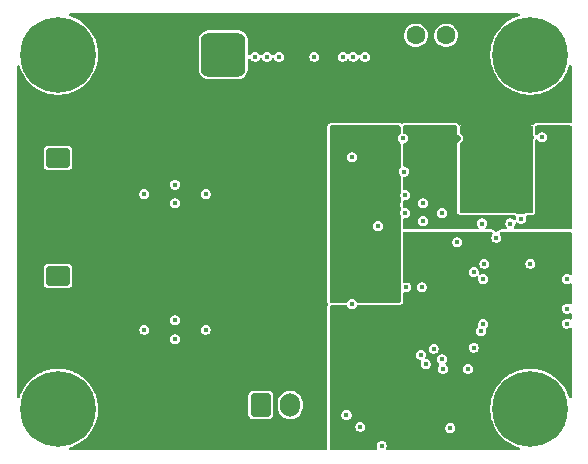
<source format=gbr>
%TF.GenerationSoftware,KiCad,Pcbnew,9.0.6-9.0.6~ubuntu22.04.1*%
%TF.CreationDate,2025-11-05T22:25:10+01:00*%
%TF.ProjectId,FliperKAd,466c6970-6572-44b4-9164-2e6b69636164,rev?*%
%TF.SameCoordinates,Original*%
%TF.FileFunction,Copper,L3,Inr*%
%TF.FilePolarity,Positive*%
%FSLAX46Y46*%
G04 Gerber Fmt 4.6, Leading zero omitted, Abs format (unit mm)*
G04 Created by KiCad (PCBNEW 9.0.6-9.0.6~ubuntu22.04.1) date 2025-11-05 22:25:10*
%MOMM*%
%LPD*%
G01*
G04 APERTURE LIST*
G04 Aperture macros list*
%AMRoundRect*
0 Rectangle with rounded corners*
0 $1 Rounding radius*
0 $2 $3 $4 $5 $6 $7 $8 $9 X,Y pos of 4 corners*
0 Add a 4 corners polygon primitive as box body*
4,1,4,$2,$3,$4,$5,$6,$7,$8,$9,$2,$3,0*
0 Add four circle primitives for the rounded corners*
1,1,$1+$1,$2,$3*
1,1,$1+$1,$4,$5*
1,1,$1+$1,$6,$7*
1,1,$1+$1,$8,$9*
0 Add four rect primitives between the rounded corners*
20,1,$1+$1,$2,$3,$4,$5,0*
20,1,$1+$1,$4,$5,$6,$7,0*
20,1,$1+$1,$6,$7,$8,$9,0*
20,1,$1+$1,$8,$9,$2,$3,0*%
G04 Aperture macros list end*
%TA.AperFunction,ComponentPad*%
%ADD10RoundRect,0.760000X1.140000X1.140000X-1.140000X1.140000X-1.140000X-1.140000X1.140000X-1.140000X0*%
%TD*%
%TA.AperFunction,ComponentPad*%
%ADD11C,4.000000*%
%TD*%
%TA.AperFunction,ComponentPad*%
%ADD12C,0.800000*%
%TD*%
%TA.AperFunction,ComponentPad*%
%ADD13C,6.400000*%
%TD*%
%TA.AperFunction,ComponentPad*%
%ADD14RoundRect,0.250000X-0.750000X0.600000X-0.750000X-0.600000X0.750000X-0.600000X0.750000X0.600000X0*%
%TD*%
%TA.AperFunction,ComponentPad*%
%ADD15O,2.000000X1.700000*%
%TD*%
%TA.AperFunction,ComponentPad*%
%ADD16RoundRect,0.800000X0.000010X0.000010X-0.000010X0.000010X-0.000010X-0.000010X0.000010X-0.000010X0*%
%TD*%
%TA.AperFunction,ComponentPad*%
%ADD17O,1.700000X2.000000*%
%TD*%
%TA.AperFunction,ComponentPad*%
%ADD18RoundRect,0.250000X-0.600000X-0.750000X0.600000X-0.750000X0.600000X0.750000X-0.600000X0.750000X0*%
%TD*%
%TA.AperFunction,ViaPad*%
%ADD19C,0.450000*%
%TD*%
G04 APERTURE END LIST*
D10*
%TO.N,GND*%
%TO.C,J2*%
X34000000Y-20000000D03*
D11*
%TO.N,+24V*%
X29000000Y-20000000D03*
%TD*%
D12*
%TO.N,GND*%
%TO.C,H1*%
X17600000Y-20000000D03*
X18302944Y-18302944D03*
X18302944Y-21697056D03*
X20000000Y-17600000D03*
D13*
X20000000Y-20000000D03*
D12*
X20000000Y-22400000D03*
X21697056Y-18302944D03*
X21697056Y-21697056D03*
X22400000Y-20000000D03*
%TD*%
%TO.N,GND*%
%TO.C,H2*%
X57600000Y-20000000D03*
X58302944Y-18302944D03*
X58302944Y-21697056D03*
X60000000Y-17600000D03*
D13*
X60000000Y-20000000D03*
D12*
X60000000Y-22400000D03*
X61697056Y-18302944D03*
X61697056Y-21697056D03*
X62400000Y-20000000D03*
%TD*%
D14*
%TO.N,Sortie-Sol\u00E9noideA*%
%TO.C,J3*%
X20000000Y-28750000D03*
D15*
%TO.N,+24V*%
X20000000Y-31250000D03*
%TD*%
D12*
%TO.N,GND*%
%TO.C,H3*%
X57600000Y-50000000D03*
X58302944Y-48302944D03*
X58302944Y-51697056D03*
X60000000Y-47600000D03*
D13*
X60000000Y-50000000D03*
D12*
X60000000Y-52400000D03*
X61697056Y-48302944D03*
X61697056Y-51697056D03*
X62400000Y-50000000D03*
%TD*%
D16*
%TO.N,+24V*%
%TO.C,U3*%
X47755000Y-18380000D03*
%TO.N,GND*%
X50300000Y-18370000D03*
%TO.N,/12test*%
X52855000Y-18370000D03*
%TD*%
D12*
%TO.N,GND*%
%TO.C,H4*%
X17600000Y-50000000D03*
X18302944Y-48302944D03*
X18302944Y-51697056D03*
X20000000Y-47600000D03*
D13*
X20000000Y-50000000D03*
D12*
X20000000Y-52400000D03*
X21697056Y-48302944D03*
X21697056Y-51697056D03*
X22400000Y-50000000D03*
%TD*%
D17*
%TO.N,Bouton_Actif*%
%TO.C,J1*%
X39675000Y-49675000D03*
D18*
%TO.N,GND*%
X37175000Y-49675000D03*
%TD*%
D14*
%TO.N,Sortie-Sol\u00E9noideB*%
%TO.C,J4*%
X20000000Y-38750000D03*
D15*
%TO.N,+24V*%
X20000000Y-41250000D03*
%TD*%
D19*
%TO.N,GND*%
X27300000Y-31800000D03*
X32500000Y-31800000D03*
X29900000Y-32600000D03*
X29900000Y-31000000D03*
X27300000Y-43300000D03*
X32500000Y-43300000D03*
X29900000Y-44100000D03*
X29900000Y-42500000D03*
X45600000Y-51500000D03*
X54700000Y-46600000D03*
%TO.N,+12V*%
X61000000Y-27000000D03*
%TO.N,+24V*%
X58000000Y-30000000D03*
X57000000Y-30000000D03*
X56000000Y-30000000D03*
X55000000Y-30000000D03*
X55000000Y-31000000D03*
X56000000Y-31000000D03*
X57000000Y-31000000D03*
X58000000Y-31000000D03*
X59000000Y-31000000D03*
X59000000Y-30000000D03*
X59000000Y-29000000D03*
X58000000Y-29000000D03*
X57000000Y-29000000D03*
X56000000Y-29000000D03*
X55000000Y-29000000D03*
%TO.N,NRST*%
X56000000Y-39000000D03*
X51122250Y-46200000D03*
%TO.N,USART2_RX*%
X60000000Y-37700000D03*
%TO.N,USART2_TX*%
X52500000Y-45800000D03*
X56100000Y-37700000D03*
%TO.N,USART2_RX*%
X52600000Y-46600000D03*
%TO.N,SYS_SWCLK*%
X56000000Y-42800000D03*
X50725000Y-45400000D03*
%TO.N,SYS_SWDIO*%
X55800000Y-43400000D03*
X51800000Y-44900000D03*
%TO.N,GND*%
X47100000Y-34500000D03*
%TO.N,/Test 3.3*%
X49400000Y-32700000D03*
%TO.N,Net-(U4-FSW)*%
X53800000Y-35900000D03*
X49400000Y-31900000D03*
%TO.N,Net-(U4-FB)*%
X49400000Y-33400000D03*
X52500000Y-33400000D03*
%TO.N,GND*%
X58300000Y-34300000D03*
X55900000Y-34300000D03*
X57100000Y-35500000D03*
X59200000Y-33900000D03*
%TO.N,+24V*%
X60500000Y-24300000D03*
X45400000Y-17225000D03*
X41600000Y-17225000D03*
X44200000Y-17225000D03*
X34900000Y-17225000D03*
X35900000Y-17225000D03*
X37100000Y-17225000D03*
X38300000Y-17225000D03*
%TO.N,GND*%
X46000000Y-20175000D03*
X45000000Y-20175000D03*
X44100000Y-20175000D03*
X36700000Y-20175000D03*
X37700000Y-20175000D03*
X38700000Y-20175000D03*
X41700000Y-20175000D03*
X53225000Y-51600000D03*
%TO.N,Com-SolB*%
X50800000Y-39700000D03*
X49500000Y-39700000D03*
%TO.N,GND*%
X44900000Y-28700000D03*
X44900000Y-41100000D03*
%TO.N,+24V*%
X22200000Y-31250000D03*
X22900000Y-31250000D03*
X22900000Y-41250000D03*
X22100000Y-41250000D03*
%TO.N,GND*%
X47400000Y-53100000D03*
%TO.N,+3.3V*%
X45825000Y-52400000D03*
X43625000Y-52900000D03*
%TO.N,GND*%
X44425000Y-50500000D03*
%TO.N,+3.3V*%
X53925000Y-42100000D03*
X55600000Y-46400000D03*
%TO.N,GND*%
X55200000Y-44800000D03*
%TO.N,+3.3V*%
X62000000Y-36200000D03*
%TO.N,/Test 3.3*%
X62000000Y-32900000D03*
X53900000Y-27100000D03*
%TO.N,+3.3V*%
X63040000Y-44040000D03*
%TO.N,GND*%
X63070000Y-42770000D03*
X63100000Y-41500000D03*
X63100000Y-39000000D03*
%TO.N,+12V*%
X47400000Y-29000000D03*
X48100000Y-36300000D03*
X48300000Y-38400000D03*
%TO.N,GND*%
X55200000Y-38400000D03*
X50900000Y-34100000D03*
X50900000Y-32600000D03*
X49300000Y-29900000D03*
X49200000Y-27100000D03*
%TD*%
%TA.AperFunction,Conductor*%
%TO.N,+3.3V*%
G36*
X56765929Y-35019685D02*
G01*
X56811684Y-35072489D01*
X56821628Y-35141647D01*
X56792603Y-35205203D01*
X56786571Y-35211681D01*
X56759517Y-35238734D01*
X56759513Y-35238740D01*
X56703498Y-35335760D01*
X56703497Y-35335763D01*
X56674500Y-35443982D01*
X56674500Y-35556018D01*
X56703497Y-35664237D01*
X56759515Y-35761263D01*
X56838737Y-35840485D01*
X56935763Y-35896503D01*
X57043982Y-35925500D01*
X57043984Y-35925500D01*
X57156016Y-35925500D01*
X57156018Y-35925500D01*
X57264237Y-35896503D01*
X57361263Y-35840485D01*
X57440485Y-35761263D01*
X57496503Y-35664237D01*
X57525500Y-35556018D01*
X57525500Y-35443982D01*
X57496503Y-35335763D01*
X57440485Y-35238737D01*
X57413429Y-35211681D01*
X57379944Y-35150358D01*
X57384928Y-35080666D01*
X57426800Y-35024733D01*
X57492264Y-35000316D01*
X57501110Y-35000000D01*
X63375500Y-35000000D01*
X63442539Y-35019685D01*
X63488294Y-35072489D01*
X63499500Y-35124000D01*
X63499500Y-38524552D01*
X63479815Y-38591591D01*
X63427011Y-38637346D01*
X63357853Y-38647290D01*
X63313500Y-38631939D01*
X63264239Y-38603498D01*
X63264238Y-38603497D01*
X63264237Y-38603497D01*
X63156018Y-38574500D01*
X63043982Y-38574500D01*
X62935763Y-38603497D01*
X62935760Y-38603498D01*
X62838740Y-38659513D01*
X62838734Y-38659517D01*
X62759517Y-38738734D01*
X62759513Y-38738740D01*
X62703498Y-38835760D01*
X62703497Y-38835763D01*
X62674500Y-38943982D01*
X62674500Y-39056018D01*
X62703497Y-39164237D01*
X62759515Y-39261263D01*
X62838737Y-39340485D01*
X62935763Y-39396503D01*
X63043982Y-39425500D01*
X63043984Y-39425500D01*
X63156016Y-39425500D01*
X63156018Y-39425500D01*
X63264237Y-39396503D01*
X63313500Y-39368060D01*
X63381398Y-39351587D01*
X63447426Y-39374439D01*
X63490617Y-39429359D01*
X63499500Y-39475447D01*
X63499500Y-41024552D01*
X63479815Y-41091591D01*
X63427011Y-41137346D01*
X63357853Y-41147290D01*
X63313500Y-41131939D01*
X63264239Y-41103498D01*
X63264238Y-41103497D01*
X63264237Y-41103497D01*
X63156018Y-41074500D01*
X63043982Y-41074500D01*
X62935763Y-41103497D01*
X62935760Y-41103498D01*
X62838740Y-41159513D01*
X62838734Y-41159517D01*
X62759517Y-41238734D01*
X62759513Y-41238740D01*
X62703498Y-41335760D01*
X62703497Y-41335763D01*
X62674500Y-41443982D01*
X62674500Y-41556018D01*
X62703497Y-41664237D01*
X62759515Y-41761263D01*
X62838737Y-41840485D01*
X62935763Y-41896503D01*
X63043982Y-41925500D01*
X63043984Y-41925500D01*
X63156016Y-41925500D01*
X63156018Y-41925500D01*
X63264237Y-41896503D01*
X63313500Y-41868060D01*
X63381398Y-41851587D01*
X63447426Y-41874439D01*
X63490617Y-41929359D01*
X63499500Y-41975447D01*
X63499500Y-42311872D01*
X63479815Y-42378911D01*
X63427011Y-42424666D01*
X63357853Y-42434610D01*
X63313500Y-42419259D01*
X63234239Y-42373498D01*
X63234238Y-42373497D01*
X63234237Y-42373497D01*
X63126018Y-42344500D01*
X63013982Y-42344500D01*
X62905763Y-42373497D01*
X62905760Y-42373498D01*
X62808740Y-42429513D01*
X62808734Y-42429517D01*
X62729517Y-42508734D01*
X62729513Y-42508740D01*
X62673498Y-42605760D01*
X62673497Y-42605763D01*
X62644500Y-42713982D01*
X62644500Y-42826018D01*
X62673497Y-42934237D01*
X62729515Y-43031263D01*
X62808737Y-43110485D01*
X62905763Y-43166503D01*
X63013982Y-43195500D01*
X63013984Y-43195500D01*
X63126016Y-43195500D01*
X63126018Y-43195500D01*
X63234237Y-43166503D01*
X63313501Y-43120739D01*
X63381400Y-43104267D01*
X63447427Y-43127119D01*
X63490617Y-43182040D01*
X63499500Y-43228127D01*
X63499500Y-48986003D01*
X63479815Y-49053042D01*
X63427011Y-49098797D01*
X63357853Y-49108741D01*
X63294297Y-49079716D01*
X63256839Y-49021998D01*
X63245920Y-48986003D01*
X63205582Y-48853024D01*
X63077723Y-48544346D01*
X62920224Y-48249685D01*
X62734601Y-47971882D01*
X62522643Y-47713610D01*
X62522642Y-47713609D01*
X62522638Y-47713604D01*
X62286395Y-47477361D01*
X62028123Y-47265403D01*
X62028122Y-47265402D01*
X62028118Y-47265399D01*
X61750315Y-47079776D01*
X61750310Y-47079773D01*
X61750303Y-47079769D01*
X61455661Y-46922280D01*
X61455656Y-46922278D01*
X61146977Y-46794418D01*
X60827241Y-46697428D01*
X60827230Y-46697425D01*
X60499565Y-46632250D01*
X60499548Y-46632247D01*
X60248108Y-46607483D01*
X60167056Y-46599500D01*
X59832944Y-46599500D01*
X59757982Y-46606883D01*
X59500451Y-46632247D01*
X59500434Y-46632250D01*
X59172769Y-46697425D01*
X59172758Y-46697428D01*
X58853022Y-46794418D01*
X58544343Y-46922278D01*
X58544338Y-46922280D01*
X58249696Y-47079769D01*
X58249678Y-47079780D01*
X57971890Y-47265393D01*
X57971876Y-47265403D01*
X57713604Y-47477361D01*
X57477361Y-47713604D01*
X57265403Y-47971876D01*
X57265393Y-47971890D01*
X57079780Y-48249678D01*
X57079769Y-48249696D01*
X56922280Y-48544338D01*
X56922278Y-48544343D01*
X56794418Y-48853022D01*
X56697428Y-49172758D01*
X56697425Y-49172769D01*
X56632250Y-49500434D01*
X56632247Y-49500451D01*
X56599500Y-49832947D01*
X56599500Y-50167052D01*
X56632247Y-50499548D01*
X56632250Y-50499565D01*
X56697425Y-50827230D01*
X56697428Y-50827241D01*
X56794418Y-51146977D01*
X56922278Y-51455656D01*
X56922280Y-51455661D01*
X57079769Y-51750303D01*
X57079780Y-51750321D01*
X57265393Y-52028109D01*
X57265403Y-52028123D01*
X57477361Y-52286395D01*
X57713604Y-52522638D01*
X57713609Y-52522642D01*
X57713610Y-52522643D01*
X57971882Y-52734601D01*
X58249685Y-52920224D01*
X58249694Y-52920229D01*
X58249696Y-52920230D01*
X58544338Y-53077719D01*
X58544340Y-53077719D01*
X58544346Y-53077723D01*
X58853024Y-53205582D01*
X59021999Y-53256839D01*
X59080437Y-53295137D01*
X59108893Y-53358949D01*
X59098333Y-53428016D01*
X59052109Y-53480409D01*
X58986003Y-53499500D01*
X47875448Y-53499500D01*
X47808409Y-53479815D01*
X47762654Y-53427011D01*
X47752710Y-53357853D01*
X47768061Y-53313500D01*
X47778663Y-53295137D01*
X47796503Y-53264237D01*
X47825500Y-53156018D01*
X47825500Y-53043982D01*
X47796503Y-52935763D01*
X47740485Y-52838737D01*
X47661263Y-52759515D01*
X47564237Y-52703497D01*
X47456018Y-52674500D01*
X47343982Y-52674500D01*
X47235763Y-52703497D01*
X47235760Y-52703498D01*
X47138740Y-52759513D01*
X47138734Y-52759517D01*
X47059517Y-52838734D01*
X47059513Y-52838740D01*
X47003498Y-52935760D01*
X47003497Y-52935763D01*
X46974500Y-53043982D01*
X46974500Y-53156018D01*
X46987781Y-53205581D01*
X47003497Y-53264236D01*
X47003498Y-53264239D01*
X47031939Y-53313500D01*
X47048412Y-53381400D01*
X47025559Y-53447427D01*
X46970638Y-53490618D01*
X46924552Y-53499500D01*
X43124000Y-53499500D01*
X43056961Y-53479815D01*
X43011206Y-53427011D01*
X43000000Y-53375500D01*
X43000000Y-51443982D01*
X45174500Y-51443982D01*
X45174500Y-51556018D01*
X45203497Y-51664237D01*
X45259515Y-51761263D01*
X45338737Y-51840485D01*
X45435763Y-51896503D01*
X45543982Y-51925500D01*
X45543984Y-51925500D01*
X45656016Y-51925500D01*
X45656018Y-51925500D01*
X45764237Y-51896503D01*
X45861263Y-51840485D01*
X45940485Y-51761263D01*
X45996503Y-51664237D01*
X46025500Y-51556018D01*
X46025500Y-51543982D01*
X52799500Y-51543982D01*
X52799500Y-51656018D01*
X52828497Y-51764237D01*
X52884515Y-51861263D01*
X52963737Y-51940485D01*
X53060763Y-51996503D01*
X53168982Y-52025500D01*
X53168984Y-52025500D01*
X53281016Y-52025500D01*
X53281018Y-52025500D01*
X53389237Y-51996503D01*
X53486263Y-51940485D01*
X53565485Y-51861263D01*
X53621503Y-51764237D01*
X53650500Y-51656018D01*
X53650500Y-51543982D01*
X53621503Y-51435763D01*
X53565485Y-51338737D01*
X53486263Y-51259515D01*
X53389237Y-51203497D01*
X53281018Y-51174500D01*
X53168982Y-51174500D01*
X53060763Y-51203497D01*
X53060760Y-51203498D01*
X52963740Y-51259513D01*
X52963734Y-51259517D01*
X52884517Y-51338734D01*
X52884513Y-51338740D01*
X52828498Y-51435760D01*
X52828497Y-51435763D01*
X52799500Y-51543982D01*
X46025500Y-51543982D01*
X46025500Y-51443982D01*
X45996503Y-51335763D01*
X45940485Y-51238737D01*
X45861263Y-51159515D01*
X45764237Y-51103497D01*
X45656018Y-51074500D01*
X45543982Y-51074500D01*
X45435763Y-51103497D01*
X45435760Y-51103498D01*
X45338740Y-51159513D01*
X45338734Y-51159517D01*
X45259517Y-51238734D01*
X45259513Y-51238740D01*
X45203498Y-51335760D01*
X45203497Y-51335763D01*
X45174500Y-51443982D01*
X43000000Y-51443982D01*
X43000000Y-50443982D01*
X43999500Y-50443982D01*
X43999500Y-50556018D01*
X44028497Y-50664237D01*
X44084515Y-50761263D01*
X44163737Y-50840485D01*
X44260763Y-50896503D01*
X44368982Y-50925500D01*
X44368984Y-50925500D01*
X44481016Y-50925500D01*
X44481018Y-50925500D01*
X44589237Y-50896503D01*
X44686263Y-50840485D01*
X44765485Y-50761263D01*
X44821503Y-50664237D01*
X44850500Y-50556018D01*
X44850500Y-50443982D01*
X44821503Y-50335763D01*
X44765485Y-50238737D01*
X44686263Y-50159515D01*
X44589237Y-50103497D01*
X44481018Y-50074500D01*
X44368982Y-50074500D01*
X44260763Y-50103497D01*
X44260760Y-50103498D01*
X44163740Y-50159513D01*
X44163734Y-50159517D01*
X44084517Y-50238734D01*
X44084513Y-50238740D01*
X44028498Y-50335760D01*
X44028497Y-50335763D01*
X43999500Y-50443982D01*
X43000000Y-50443982D01*
X43000000Y-45343982D01*
X50299500Y-45343982D01*
X50299500Y-45456018D01*
X50328497Y-45564237D01*
X50384515Y-45661263D01*
X50463737Y-45740485D01*
X50560763Y-45796503D01*
X50667181Y-45825017D01*
X50726839Y-45861381D01*
X50757369Y-45924227D01*
X50749075Y-45993603D01*
X50742474Y-46006789D01*
X50725749Y-46035758D01*
X50725747Y-46035763D01*
X50696750Y-46143982D01*
X50696750Y-46256018D01*
X50725747Y-46364237D01*
X50781765Y-46461263D01*
X50860987Y-46540485D01*
X50958013Y-46596503D01*
X51066232Y-46625500D01*
X51066234Y-46625500D01*
X51178266Y-46625500D01*
X51178268Y-46625500D01*
X51286487Y-46596503D01*
X51383513Y-46540485D01*
X51462735Y-46461263D01*
X51518753Y-46364237D01*
X51547750Y-46256018D01*
X51547750Y-46143982D01*
X51518753Y-46035763D01*
X51462735Y-45938737D01*
X51383513Y-45859515D01*
X51376450Y-45855437D01*
X51363346Y-45847871D01*
X51363342Y-45847869D01*
X51286487Y-45803497D01*
X51178268Y-45774500D01*
X51176690Y-45774500D01*
X51166799Y-45770612D01*
X51144507Y-45753306D01*
X51129209Y-45743982D01*
X52074500Y-45743982D01*
X52074500Y-45856018D01*
X52103497Y-45964237D01*
X52159515Y-46061263D01*
X52238737Y-46140485D01*
X52238740Y-46140487D01*
X52245186Y-46145433D01*
X52244194Y-46146725D01*
X52285858Y-46190413D01*
X52299086Y-46259019D01*
X52273124Y-46323886D01*
X52263333Y-46334919D01*
X52259516Y-46338735D01*
X52259513Y-46338740D01*
X52203498Y-46435760D01*
X52203497Y-46435763D01*
X52174500Y-46543982D01*
X52174500Y-46656018D01*
X52203497Y-46764237D01*
X52259515Y-46861263D01*
X52338737Y-46940485D01*
X52435763Y-46996503D01*
X52543982Y-47025500D01*
X52543984Y-47025500D01*
X52656016Y-47025500D01*
X52656018Y-47025500D01*
X52764237Y-46996503D01*
X52861263Y-46940485D01*
X52940485Y-46861263D01*
X52996503Y-46764237D01*
X53025500Y-46656018D01*
X53025500Y-46543982D01*
X54274500Y-46543982D01*
X54274500Y-46656018D01*
X54303497Y-46764237D01*
X54359515Y-46861263D01*
X54438737Y-46940485D01*
X54535763Y-46996503D01*
X54643982Y-47025500D01*
X54643984Y-47025500D01*
X54756016Y-47025500D01*
X54756018Y-47025500D01*
X54864237Y-46996503D01*
X54961263Y-46940485D01*
X55040485Y-46861263D01*
X55096503Y-46764237D01*
X55125500Y-46656018D01*
X55125500Y-46543982D01*
X55096503Y-46435763D01*
X55040485Y-46338737D01*
X54961263Y-46259515D01*
X54864237Y-46203497D01*
X54756018Y-46174500D01*
X54643982Y-46174500D01*
X54535763Y-46203497D01*
X54535760Y-46203498D01*
X54438740Y-46259513D01*
X54438734Y-46259517D01*
X54359517Y-46338734D01*
X54359513Y-46338740D01*
X54303498Y-46435760D01*
X54303497Y-46435763D01*
X54274500Y-46543982D01*
X53025500Y-46543982D01*
X52996503Y-46435763D01*
X52940485Y-46338737D01*
X52861263Y-46259515D01*
X52861260Y-46259513D01*
X52854814Y-46254567D01*
X52855804Y-46253276D01*
X52814138Y-46209580D01*
X52800913Y-46140974D01*
X52826879Y-46076108D01*
X52836659Y-46065088D01*
X52840485Y-46061263D01*
X52896503Y-45964237D01*
X52925500Y-45856018D01*
X52925500Y-45743982D01*
X52896503Y-45635763D01*
X52840485Y-45538737D01*
X52761263Y-45459515D01*
X52664237Y-45403497D01*
X52556018Y-45374500D01*
X52443982Y-45374500D01*
X52335763Y-45403497D01*
X52335760Y-45403498D01*
X52238740Y-45459513D01*
X52238734Y-45459517D01*
X52159517Y-45538734D01*
X52159513Y-45538740D01*
X52103498Y-45635760D01*
X52103497Y-45635763D01*
X52074500Y-45743982D01*
X51129209Y-45743982D01*
X51120409Y-45738618D01*
X51117274Y-45732166D01*
X51111608Y-45727767D01*
X51102210Y-45701154D01*
X51089880Y-45675771D01*
X51090731Y-45668648D01*
X51088343Y-45661884D01*
X51094824Y-45634414D01*
X51098175Y-45606395D01*
X51104344Y-45594071D01*
X51104389Y-45593882D01*
X51104485Y-45593788D01*
X51104777Y-45593207D01*
X51121503Y-45564237D01*
X51150500Y-45456018D01*
X51150500Y-45343982D01*
X51121503Y-45235763D01*
X51065485Y-45138737D01*
X50986263Y-45059515D01*
X50889237Y-45003497D01*
X50781018Y-44974500D01*
X50668982Y-44974500D01*
X50560763Y-45003497D01*
X50560760Y-45003498D01*
X50463740Y-45059513D01*
X50463734Y-45059517D01*
X50384517Y-45138734D01*
X50384513Y-45138740D01*
X50328498Y-45235760D01*
X50328497Y-45235763D01*
X50299500Y-45343982D01*
X43000000Y-45343982D01*
X43000000Y-44843982D01*
X51374500Y-44843982D01*
X51374500Y-44956018D01*
X51403497Y-45064237D01*
X51459515Y-45161263D01*
X51538737Y-45240485D01*
X51635763Y-45296503D01*
X51743982Y-45325500D01*
X51743984Y-45325500D01*
X51856016Y-45325500D01*
X51856018Y-45325500D01*
X51964237Y-45296503D01*
X52061263Y-45240485D01*
X52140485Y-45161263D01*
X52196503Y-45064237D01*
X52225500Y-44956018D01*
X52225500Y-44843982D01*
X52198705Y-44743982D01*
X54774500Y-44743982D01*
X54774500Y-44856018D01*
X54803497Y-44964237D01*
X54859515Y-45061263D01*
X54938737Y-45140485D01*
X55035763Y-45196503D01*
X55143982Y-45225500D01*
X55143984Y-45225500D01*
X55256016Y-45225500D01*
X55256018Y-45225500D01*
X55364237Y-45196503D01*
X55461263Y-45140485D01*
X55540485Y-45061263D01*
X55596503Y-44964237D01*
X55625500Y-44856018D01*
X55625500Y-44743982D01*
X55596503Y-44635763D01*
X55540485Y-44538737D01*
X55461263Y-44459515D01*
X55364237Y-44403497D01*
X55256018Y-44374500D01*
X55143982Y-44374500D01*
X55035763Y-44403497D01*
X55035760Y-44403498D01*
X54938740Y-44459513D01*
X54938734Y-44459517D01*
X54859517Y-44538734D01*
X54859513Y-44538740D01*
X54803498Y-44635760D01*
X54803497Y-44635763D01*
X54774500Y-44743982D01*
X52198705Y-44743982D01*
X52196503Y-44735763D01*
X52140485Y-44638737D01*
X52061263Y-44559515D01*
X51964237Y-44503497D01*
X51856018Y-44474500D01*
X51743982Y-44474500D01*
X51635763Y-44503497D01*
X51635760Y-44503498D01*
X51538740Y-44559513D01*
X51538734Y-44559517D01*
X51459517Y-44638734D01*
X51459513Y-44638740D01*
X51403498Y-44735760D01*
X51403497Y-44735763D01*
X51374500Y-44843982D01*
X43000000Y-44843982D01*
X43000000Y-43343982D01*
X55374500Y-43343982D01*
X55374500Y-43456018D01*
X55403497Y-43564237D01*
X55459515Y-43661263D01*
X55538737Y-43740485D01*
X55635763Y-43796503D01*
X55743982Y-43825500D01*
X55743984Y-43825500D01*
X55856016Y-43825500D01*
X55856018Y-43825500D01*
X55964237Y-43796503D01*
X56061263Y-43740485D01*
X56140485Y-43661263D01*
X56196503Y-43564237D01*
X56225500Y-43456018D01*
X56225500Y-43343982D01*
X56207695Y-43277532D01*
X56209358Y-43207687D01*
X56248520Y-43149825D01*
X56254822Y-43145449D01*
X56254812Y-43145435D01*
X56261256Y-43140488D01*
X56261263Y-43140485D01*
X56340485Y-43061263D01*
X56396503Y-42964237D01*
X56425500Y-42856018D01*
X56425500Y-42743982D01*
X56396503Y-42635763D01*
X56340485Y-42538737D01*
X56261263Y-42459515D01*
X56164237Y-42403497D01*
X56056018Y-42374500D01*
X55943982Y-42374500D01*
X55835763Y-42403497D01*
X55835760Y-42403498D01*
X55738740Y-42459513D01*
X55738734Y-42459517D01*
X55659517Y-42538734D01*
X55659513Y-42538740D01*
X55603498Y-42635760D01*
X55603497Y-42635763D01*
X55574500Y-42743982D01*
X55574500Y-42856017D01*
X55592304Y-42922464D01*
X55590641Y-42992314D01*
X55551478Y-43050176D01*
X55545175Y-43054553D01*
X55545186Y-43054567D01*
X55538734Y-43059517D01*
X55459517Y-43138734D01*
X55459513Y-43138740D01*
X55403498Y-43235760D01*
X55403497Y-43235763D01*
X55374500Y-43343982D01*
X43000000Y-43343982D01*
X43000000Y-41329500D01*
X43019685Y-41262461D01*
X43072489Y-41216706D01*
X43124000Y-41205500D01*
X44397993Y-41205500D01*
X44465032Y-41225185D01*
X44505380Y-41267499D01*
X44559515Y-41361263D01*
X44638737Y-41440485D01*
X44735763Y-41496503D01*
X44843982Y-41525500D01*
X44843984Y-41525500D01*
X44956016Y-41525500D01*
X44956018Y-41525500D01*
X45064237Y-41496503D01*
X45161263Y-41440485D01*
X45240485Y-41361263D01*
X45294619Y-41267499D01*
X45345186Y-41219284D01*
X45402006Y-41205500D01*
X48875991Y-41205500D01*
X48876000Y-41205500D01*
X48919684Y-41200803D01*
X48948875Y-41194452D01*
X48971174Y-41189602D01*
X48971190Y-41189598D01*
X48971195Y-41189597D01*
X48981373Y-41187110D01*
X49062085Y-41144100D01*
X49114889Y-41098345D01*
X49132843Y-41080754D01*
X49177490Y-41000937D01*
X49197175Y-40933898D01*
X49205500Y-40876000D01*
X49205500Y-40223198D01*
X49225185Y-40156159D01*
X49277989Y-40110404D01*
X49347147Y-40100460D01*
X49361572Y-40103418D01*
X49443982Y-40125500D01*
X49443985Y-40125500D01*
X49556016Y-40125500D01*
X49556018Y-40125500D01*
X49664237Y-40096503D01*
X49761263Y-40040485D01*
X49840485Y-39961263D01*
X49896503Y-39864237D01*
X49925500Y-39756018D01*
X49925500Y-39643982D01*
X50374500Y-39643982D01*
X50374500Y-39756018D01*
X50403497Y-39864237D01*
X50459515Y-39961263D01*
X50538737Y-40040485D01*
X50635763Y-40096503D01*
X50743982Y-40125500D01*
X50743984Y-40125500D01*
X50856016Y-40125500D01*
X50856018Y-40125500D01*
X50964237Y-40096503D01*
X51061263Y-40040485D01*
X51140485Y-39961263D01*
X51196503Y-39864237D01*
X51225500Y-39756018D01*
X51225500Y-39643982D01*
X51196503Y-39535763D01*
X51140485Y-39438737D01*
X51061263Y-39359515D01*
X50964237Y-39303497D01*
X50856018Y-39274500D01*
X50743982Y-39274500D01*
X50635763Y-39303497D01*
X50635760Y-39303498D01*
X50538740Y-39359513D01*
X50538734Y-39359517D01*
X50459517Y-39438734D01*
X50459513Y-39438740D01*
X50403498Y-39535760D01*
X50403497Y-39535763D01*
X50374500Y-39643982D01*
X49925500Y-39643982D01*
X49896503Y-39535763D01*
X49840485Y-39438737D01*
X49761263Y-39359515D01*
X49664237Y-39303497D01*
X49556018Y-39274500D01*
X49443982Y-39274500D01*
X49361593Y-39296576D01*
X49291743Y-39294913D01*
X49233881Y-39255750D01*
X49206377Y-39191522D01*
X49205500Y-39176801D01*
X49205500Y-38343982D01*
X54774500Y-38343982D01*
X54774500Y-38456018D01*
X54803497Y-38564237D01*
X54859515Y-38661263D01*
X54938737Y-38740485D01*
X55035763Y-38796503D01*
X55143982Y-38825500D01*
X55143984Y-38825500D01*
X55256016Y-38825500D01*
X55256018Y-38825500D01*
X55364237Y-38796503D01*
X55400476Y-38775580D01*
X55468373Y-38759108D01*
X55534400Y-38781960D01*
X55577591Y-38836881D01*
X55584233Y-38906434D01*
X55582249Y-38915059D01*
X55574500Y-38943977D01*
X55574500Y-38943982D01*
X55574500Y-39056018D01*
X55603497Y-39164237D01*
X55659515Y-39261263D01*
X55738737Y-39340485D01*
X55835763Y-39396503D01*
X55943982Y-39425500D01*
X55943984Y-39425500D01*
X56056016Y-39425500D01*
X56056018Y-39425500D01*
X56164237Y-39396503D01*
X56261263Y-39340485D01*
X56340485Y-39261263D01*
X56396503Y-39164237D01*
X56425500Y-39056018D01*
X56425500Y-38943982D01*
X56396503Y-38835763D01*
X56340485Y-38738737D01*
X56261263Y-38659515D01*
X56189421Y-38618037D01*
X56164239Y-38603498D01*
X56164238Y-38603497D01*
X56164237Y-38603497D01*
X56056018Y-38574500D01*
X55943982Y-38574500D01*
X55835763Y-38603497D01*
X55835758Y-38603499D01*
X55799523Y-38624419D01*
X55731623Y-38640890D01*
X55665596Y-38618037D01*
X55622407Y-38563115D01*
X55615766Y-38493562D01*
X55617751Y-38484936D01*
X55625500Y-38456018D01*
X55625500Y-38343982D01*
X55596503Y-38235763D01*
X55540485Y-38138737D01*
X55461263Y-38059515D01*
X55364237Y-38003497D01*
X55256018Y-37974500D01*
X55143982Y-37974500D01*
X55035763Y-38003497D01*
X55035760Y-38003498D01*
X54938740Y-38059513D01*
X54938734Y-38059517D01*
X54859517Y-38138734D01*
X54859513Y-38138740D01*
X54803498Y-38235760D01*
X54803497Y-38235763D01*
X54774500Y-38343982D01*
X49205500Y-38343982D01*
X49205500Y-37643982D01*
X55674500Y-37643982D01*
X55674500Y-37756018D01*
X55703497Y-37864237D01*
X55759515Y-37961263D01*
X55838737Y-38040485D01*
X55935763Y-38096503D01*
X56043982Y-38125500D01*
X56043984Y-38125500D01*
X56156016Y-38125500D01*
X56156018Y-38125500D01*
X56264237Y-38096503D01*
X56361263Y-38040485D01*
X56440485Y-37961263D01*
X56496503Y-37864237D01*
X56525500Y-37756018D01*
X56525500Y-37643982D01*
X59574500Y-37643982D01*
X59574500Y-37756018D01*
X59603497Y-37864237D01*
X59659515Y-37961263D01*
X59738737Y-38040485D01*
X59835763Y-38096503D01*
X59943982Y-38125500D01*
X59943984Y-38125500D01*
X60056016Y-38125500D01*
X60056018Y-38125500D01*
X60164237Y-38096503D01*
X60261263Y-38040485D01*
X60340485Y-37961263D01*
X60396503Y-37864237D01*
X60425500Y-37756018D01*
X60425500Y-37643982D01*
X60396503Y-37535763D01*
X60340485Y-37438737D01*
X60261263Y-37359515D01*
X60164237Y-37303497D01*
X60056018Y-37274500D01*
X59943982Y-37274500D01*
X59835763Y-37303497D01*
X59835760Y-37303498D01*
X59738740Y-37359513D01*
X59738734Y-37359517D01*
X59659517Y-37438734D01*
X59659513Y-37438740D01*
X59603498Y-37535760D01*
X59603497Y-37535763D01*
X59574500Y-37643982D01*
X56525500Y-37643982D01*
X56496503Y-37535763D01*
X56440485Y-37438737D01*
X56361263Y-37359515D01*
X56264237Y-37303497D01*
X56156018Y-37274500D01*
X56043982Y-37274500D01*
X55935763Y-37303497D01*
X55935760Y-37303498D01*
X55838740Y-37359513D01*
X55838734Y-37359517D01*
X55759517Y-37438734D01*
X55759513Y-37438740D01*
X55703498Y-37535760D01*
X55703497Y-37535763D01*
X55674500Y-37643982D01*
X49205500Y-37643982D01*
X49205500Y-35843982D01*
X53374500Y-35843982D01*
X53374500Y-35956018D01*
X53403497Y-36064237D01*
X53459515Y-36161263D01*
X53538737Y-36240485D01*
X53635763Y-36296503D01*
X53743982Y-36325500D01*
X53743984Y-36325500D01*
X53856016Y-36325500D01*
X53856018Y-36325500D01*
X53964237Y-36296503D01*
X54061263Y-36240485D01*
X54140485Y-36161263D01*
X54196503Y-36064237D01*
X54225500Y-35956018D01*
X54225500Y-35843982D01*
X54196503Y-35735763D01*
X54140485Y-35638737D01*
X54061263Y-35559515D01*
X53964237Y-35503497D01*
X53856018Y-35474500D01*
X53743982Y-35474500D01*
X53635763Y-35503497D01*
X53635760Y-35503498D01*
X53538740Y-35559513D01*
X53538734Y-35559517D01*
X53459517Y-35638734D01*
X53459513Y-35638740D01*
X53403498Y-35735760D01*
X53403497Y-35735763D01*
X53374500Y-35843982D01*
X49205500Y-35843982D01*
X49205500Y-35124000D01*
X49225185Y-35056961D01*
X49277989Y-35011206D01*
X49329500Y-35000000D01*
X56698890Y-35000000D01*
X56765929Y-35019685D01*
G37*
%TD.AperFunction*%
%TD*%
%TA.AperFunction,Conductor*%
%TO.N,+24V*%
G36*
X59053042Y-16520185D02*
G01*
X59098797Y-16572989D01*
X59108741Y-16642147D01*
X59079716Y-16705703D01*
X59021999Y-16743160D01*
X58952049Y-16764378D01*
X58853022Y-16794418D01*
X58544343Y-16922278D01*
X58544338Y-16922280D01*
X58249696Y-17079769D01*
X58249678Y-17079780D01*
X57971890Y-17265393D01*
X57971876Y-17265403D01*
X57713604Y-17477361D01*
X57477361Y-17713604D01*
X57265403Y-17971876D01*
X57265393Y-17971890D01*
X57079780Y-18249678D01*
X57079769Y-18249696D01*
X56922280Y-18544338D01*
X56922278Y-18544343D01*
X56794418Y-18853022D01*
X56697428Y-19172758D01*
X56697425Y-19172769D01*
X56632250Y-19500434D01*
X56632247Y-19500451D01*
X56599500Y-19832947D01*
X56599500Y-20167052D01*
X56632247Y-20499548D01*
X56632250Y-20499565D01*
X56697425Y-20827230D01*
X56697428Y-20827241D01*
X56794418Y-21146977D01*
X56922278Y-21455656D01*
X56922280Y-21455661D01*
X57079769Y-21750303D01*
X57079780Y-21750321D01*
X57265393Y-22028109D01*
X57265403Y-22028123D01*
X57477361Y-22286395D01*
X57713604Y-22522638D01*
X57713609Y-22522642D01*
X57713610Y-22522643D01*
X57971882Y-22734601D01*
X58249685Y-22920224D01*
X58249694Y-22920229D01*
X58249696Y-22920230D01*
X58544338Y-23077719D01*
X58544340Y-23077719D01*
X58544346Y-23077723D01*
X58853024Y-23205582D01*
X59172749Y-23302569D01*
X59172755Y-23302570D01*
X59172758Y-23302571D01*
X59172769Y-23302574D01*
X59378243Y-23343444D01*
X59500441Y-23367751D01*
X59832944Y-23400500D01*
X59832947Y-23400500D01*
X60167053Y-23400500D01*
X60167056Y-23400500D01*
X60499559Y-23367751D01*
X60661757Y-23335487D01*
X60827230Y-23302574D01*
X60827241Y-23302571D01*
X60827241Y-23302570D01*
X60827251Y-23302569D01*
X61146976Y-23205582D01*
X61455654Y-23077723D01*
X61750315Y-22920224D01*
X62028118Y-22734601D01*
X62286390Y-22522643D01*
X62522643Y-22286390D01*
X62734601Y-22028118D01*
X62920224Y-21750315D01*
X63077723Y-21455654D01*
X63205582Y-21146976D01*
X63256840Y-20977998D01*
X63295137Y-20919562D01*
X63358949Y-20891106D01*
X63428016Y-20901666D01*
X63480409Y-20947890D01*
X63499500Y-21013996D01*
X63499500Y-25670500D01*
X63479815Y-25737539D01*
X63427011Y-25783294D01*
X63375500Y-25794500D01*
X60529492Y-25794500D01*
X60485813Y-25799197D01*
X60434325Y-25810397D01*
X60424127Y-25812890D01*
X60424124Y-25812891D01*
X60343416Y-25855899D01*
X60343413Y-25855901D01*
X60290604Y-25901660D01*
X60272660Y-25919242D01*
X60272654Y-25919249D01*
X60228011Y-25999059D01*
X60228009Y-25999064D01*
X60208326Y-26066096D01*
X60208325Y-26066101D01*
X60208325Y-26066102D01*
X60200002Y-26123992D01*
X60200000Y-26124003D01*
X60200000Y-26000000D01*
X54000000Y-26000000D01*
X54000000Y-26124003D01*
X53999999Y-26123992D01*
X53995303Y-26080316D01*
X53991397Y-26062364D01*
X53984102Y-26028825D01*
X53983848Y-26027789D01*
X53981610Y-26018627D01*
X53938600Y-25937915D01*
X53892845Y-25885111D01*
X53892839Y-25885104D01*
X53875257Y-25867160D01*
X53875256Y-25867159D01*
X53875254Y-25867157D01*
X53875252Y-25867156D01*
X53875250Y-25867154D01*
X53795440Y-25822511D01*
X53795435Y-25822509D01*
X53728403Y-25802826D01*
X53728399Y-25802825D01*
X53728398Y-25802825D01*
X53670500Y-25794500D01*
X49329500Y-25794500D01*
X49329492Y-25794500D01*
X49285813Y-25799197D01*
X49234325Y-25810397D01*
X49224127Y-25812890D01*
X49224123Y-25812891D01*
X49160771Y-25846650D01*
X49092350Y-25860804D01*
X49041926Y-25845437D01*
X49000937Y-25822510D01*
X49000935Y-25822509D01*
X48933903Y-25802826D01*
X48933899Y-25802825D01*
X48933898Y-25802825D01*
X48876000Y-25794500D01*
X43124000Y-25794500D01*
X43123992Y-25794500D01*
X43080313Y-25799197D01*
X43028825Y-25810397D01*
X43018627Y-25812890D01*
X43018624Y-25812891D01*
X42937916Y-25855899D01*
X42937913Y-25855901D01*
X42885104Y-25901660D01*
X42867160Y-25919242D01*
X42867154Y-25919249D01*
X42822511Y-25999059D01*
X42822509Y-25999064D01*
X42802826Y-26066096D01*
X42802825Y-26066101D01*
X42802825Y-26066102D01*
X42794502Y-26123992D01*
X42794500Y-26124003D01*
X42794500Y-40876007D01*
X42799197Y-40919686D01*
X42810397Y-40971174D01*
X42812890Y-40981372D01*
X42812892Y-40981379D01*
X42846649Y-41044726D01*
X42860804Y-41113147D01*
X42845438Y-41163573D01*
X42822511Y-41204562D01*
X42822509Y-41204564D01*
X42802826Y-41271596D01*
X42802825Y-41271601D01*
X42802825Y-41271602D01*
X42794527Y-41329316D01*
X42794500Y-41329503D01*
X42794500Y-53375500D01*
X42774815Y-53442539D01*
X42722011Y-53488294D01*
X42670500Y-53499500D01*
X21013997Y-53499500D01*
X20946958Y-53479815D01*
X20901203Y-53427011D01*
X20891259Y-53357853D01*
X20920284Y-53294297D01*
X20978000Y-53256839D01*
X21146976Y-53205582D01*
X21455654Y-53077723D01*
X21750315Y-52920224D01*
X22028118Y-52734601D01*
X22286390Y-52522643D01*
X22522643Y-52286390D01*
X22734601Y-52028118D01*
X22920224Y-51750315D01*
X23077723Y-51455654D01*
X23205582Y-51146976D01*
X23302569Y-50827251D01*
X23302571Y-50827241D01*
X23302574Y-50827230D01*
X23350160Y-50587993D01*
X23367751Y-50499559D01*
X23400500Y-50167056D01*
X23400500Y-49832944D01*
X23367751Y-49500441D01*
X23343444Y-49378243D01*
X23302574Y-49172769D01*
X23302571Y-49172758D01*
X23302570Y-49172755D01*
X23302569Y-49172749D01*
X23210953Y-48870730D01*
X36124500Y-48870730D01*
X36124500Y-50479269D01*
X36127353Y-50509699D01*
X36127353Y-50509701D01*
X36172206Y-50637880D01*
X36172207Y-50637882D01*
X36252850Y-50747150D01*
X36362118Y-50827793D01*
X36383089Y-50835131D01*
X36490299Y-50872646D01*
X36520730Y-50875500D01*
X36520734Y-50875500D01*
X37829270Y-50875500D01*
X37859699Y-50872646D01*
X37859701Y-50872646D01*
X37923790Y-50850219D01*
X37987882Y-50827793D01*
X38097150Y-50747150D01*
X38177793Y-50637882D01*
X38200219Y-50573790D01*
X38222646Y-50509701D01*
X38222646Y-50509699D01*
X38225500Y-50479269D01*
X38225500Y-49421530D01*
X38624500Y-49421530D01*
X38624500Y-49928469D01*
X38664868Y-50131412D01*
X38664870Y-50131420D01*
X38691825Y-50196496D01*
X38744059Y-50322598D01*
X38801541Y-50408626D01*
X38859024Y-50494657D01*
X39005342Y-50640975D01*
X39005345Y-50640977D01*
X39177402Y-50755941D01*
X39368580Y-50835130D01*
X39557187Y-50872646D01*
X39571530Y-50875499D01*
X39571534Y-50875500D01*
X39571535Y-50875500D01*
X39778466Y-50875500D01*
X39778467Y-50875499D01*
X39981420Y-50835130D01*
X40172598Y-50755941D01*
X40344655Y-50640977D01*
X40490977Y-50494655D01*
X40605941Y-50322598D01*
X40685130Y-50131420D01*
X40725500Y-49928465D01*
X40725500Y-49421535D01*
X40685130Y-49218580D01*
X40605941Y-49027402D01*
X40490977Y-48855345D01*
X40490975Y-48855342D01*
X40344657Y-48709024D01*
X40258626Y-48651541D01*
X40172598Y-48594059D01*
X39981420Y-48514870D01*
X39981412Y-48514868D01*
X39778469Y-48474500D01*
X39778465Y-48474500D01*
X39571535Y-48474500D01*
X39571530Y-48474500D01*
X39368587Y-48514868D01*
X39368579Y-48514870D01*
X39177403Y-48594058D01*
X39005342Y-48709024D01*
X38859024Y-48855342D01*
X38744058Y-49027403D01*
X38664870Y-49218579D01*
X38664868Y-49218587D01*
X38624500Y-49421530D01*
X38225500Y-49421530D01*
X38225500Y-48870730D01*
X38222646Y-48840300D01*
X38222646Y-48840298D01*
X38177793Y-48712119D01*
X38177792Y-48712117D01*
X38097150Y-48602850D01*
X37987882Y-48522207D01*
X37987880Y-48522206D01*
X37859700Y-48477353D01*
X37829270Y-48474500D01*
X37829266Y-48474500D01*
X36520734Y-48474500D01*
X36520730Y-48474500D01*
X36490300Y-48477353D01*
X36490298Y-48477353D01*
X36362119Y-48522206D01*
X36362117Y-48522207D01*
X36252850Y-48602850D01*
X36172207Y-48712117D01*
X36172206Y-48712119D01*
X36127353Y-48840298D01*
X36127353Y-48840300D01*
X36124500Y-48870730D01*
X23210953Y-48870730D01*
X23205582Y-48853024D01*
X23077723Y-48544346D01*
X22920224Y-48249685D01*
X22734601Y-47971882D01*
X22522643Y-47713610D01*
X22522642Y-47713609D01*
X22522638Y-47713604D01*
X22286395Y-47477361D01*
X22028123Y-47265403D01*
X22028122Y-47265402D01*
X22028118Y-47265399D01*
X21750315Y-47079776D01*
X21750310Y-47079773D01*
X21750303Y-47079769D01*
X21455661Y-46922280D01*
X21455656Y-46922278D01*
X21146977Y-46794418D01*
X20827241Y-46697428D01*
X20827230Y-46697425D01*
X20499565Y-46632250D01*
X20499548Y-46632247D01*
X20248108Y-46607483D01*
X20167056Y-46599500D01*
X19832944Y-46599500D01*
X19757982Y-46606883D01*
X19500451Y-46632247D01*
X19500434Y-46632250D01*
X19172769Y-46697425D01*
X19172758Y-46697428D01*
X18853022Y-46794418D01*
X18544343Y-46922278D01*
X18544338Y-46922280D01*
X18249696Y-47079769D01*
X18249678Y-47079780D01*
X17971890Y-47265393D01*
X17971876Y-47265403D01*
X17713604Y-47477361D01*
X17477361Y-47713604D01*
X17265403Y-47971876D01*
X17265393Y-47971890D01*
X17079780Y-48249678D01*
X17079769Y-48249696D01*
X16922280Y-48544338D01*
X16922278Y-48544343D01*
X16794418Y-48853022D01*
X16779007Y-48903828D01*
X16754080Y-48986003D01*
X16743161Y-49021998D01*
X16704863Y-49080437D01*
X16641051Y-49108893D01*
X16571984Y-49098333D01*
X16519591Y-49052109D01*
X16500500Y-48986003D01*
X16500500Y-44043982D01*
X29474500Y-44043982D01*
X29474500Y-44156018D01*
X29503497Y-44264237D01*
X29559515Y-44361263D01*
X29638737Y-44440485D01*
X29735763Y-44496503D01*
X29843982Y-44525500D01*
X29843984Y-44525500D01*
X29956016Y-44525500D01*
X29956018Y-44525500D01*
X30064237Y-44496503D01*
X30161263Y-44440485D01*
X30240485Y-44361263D01*
X30296503Y-44264237D01*
X30325500Y-44156018D01*
X30325500Y-44043982D01*
X30296503Y-43935763D01*
X30240485Y-43838737D01*
X30161263Y-43759515D01*
X30064237Y-43703497D01*
X29956018Y-43674500D01*
X29843982Y-43674500D01*
X29735763Y-43703497D01*
X29735760Y-43703498D01*
X29638740Y-43759513D01*
X29638734Y-43759517D01*
X29559517Y-43838734D01*
X29559513Y-43838740D01*
X29503498Y-43935760D01*
X29503497Y-43935763D01*
X29474500Y-44043982D01*
X16500500Y-44043982D01*
X16500500Y-43243982D01*
X26874500Y-43243982D01*
X26874500Y-43356018D01*
X26903497Y-43464237D01*
X26959515Y-43561263D01*
X27038737Y-43640485D01*
X27135763Y-43696503D01*
X27243982Y-43725500D01*
X27243984Y-43725500D01*
X27356016Y-43725500D01*
X27356018Y-43725500D01*
X27464237Y-43696503D01*
X27561263Y-43640485D01*
X27640485Y-43561263D01*
X27696503Y-43464237D01*
X27725500Y-43356018D01*
X27725500Y-43243982D01*
X32074500Y-43243982D01*
X32074500Y-43356018D01*
X32103497Y-43464237D01*
X32159515Y-43561263D01*
X32238737Y-43640485D01*
X32335763Y-43696503D01*
X32443982Y-43725500D01*
X32443984Y-43725500D01*
X32556016Y-43725500D01*
X32556018Y-43725500D01*
X32664237Y-43696503D01*
X32761263Y-43640485D01*
X32840485Y-43561263D01*
X32896503Y-43464237D01*
X32925500Y-43356018D01*
X32925500Y-43243982D01*
X32896503Y-43135763D01*
X32840485Y-43038737D01*
X32761263Y-42959515D01*
X32664237Y-42903497D01*
X32556018Y-42874500D01*
X32443982Y-42874500D01*
X32335763Y-42903497D01*
X32335760Y-42903498D01*
X32238740Y-42959513D01*
X32238734Y-42959517D01*
X32159517Y-43038734D01*
X32159513Y-43038740D01*
X32103498Y-43135760D01*
X32103497Y-43135763D01*
X32074500Y-43243982D01*
X27725500Y-43243982D01*
X27696503Y-43135763D01*
X27640485Y-43038737D01*
X27561263Y-42959515D01*
X27464237Y-42903497D01*
X27356018Y-42874500D01*
X27243982Y-42874500D01*
X27135763Y-42903497D01*
X27135760Y-42903498D01*
X27038740Y-42959513D01*
X27038734Y-42959517D01*
X26959517Y-43038734D01*
X26959513Y-43038740D01*
X26903498Y-43135760D01*
X26903497Y-43135763D01*
X26874500Y-43243982D01*
X16500500Y-43243982D01*
X16500500Y-42443982D01*
X29474500Y-42443982D01*
X29474500Y-42556018D01*
X29503497Y-42664237D01*
X29559515Y-42761263D01*
X29638737Y-42840485D01*
X29735763Y-42896503D01*
X29843982Y-42925500D01*
X29843984Y-42925500D01*
X29956016Y-42925500D01*
X29956018Y-42925500D01*
X30064237Y-42896503D01*
X30161263Y-42840485D01*
X30240485Y-42761263D01*
X30296503Y-42664237D01*
X30325500Y-42556018D01*
X30325500Y-42443982D01*
X30296503Y-42335763D01*
X30240485Y-42238737D01*
X30161263Y-42159515D01*
X30064237Y-42103497D01*
X29956018Y-42074500D01*
X29843982Y-42074500D01*
X29735763Y-42103497D01*
X29735760Y-42103498D01*
X29638740Y-42159513D01*
X29638734Y-42159517D01*
X29559517Y-42238734D01*
X29559513Y-42238740D01*
X29503498Y-42335760D01*
X29503497Y-42335763D01*
X29474500Y-42443982D01*
X16500500Y-42443982D01*
X16500500Y-38095730D01*
X18799500Y-38095730D01*
X18799500Y-39404269D01*
X18802353Y-39434699D01*
X18802353Y-39434701D01*
X18847206Y-39562880D01*
X18847207Y-39562882D01*
X18927850Y-39672150D01*
X19037118Y-39752793D01*
X19079845Y-39767744D01*
X19165299Y-39797646D01*
X19195730Y-39800500D01*
X19195734Y-39800500D01*
X20804270Y-39800500D01*
X20834699Y-39797646D01*
X20834701Y-39797646D01*
X20898790Y-39775219D01*
X20962882Y-39752793D01*
X21072150Y-39672150D01*
X21152793Y-39562882D01*
X21175219Y-39498790D01*
X21197646Y-39434701D01*
X21197646Y-39434699D01*
X21200500Y-39404269D01*
X21200500Y-38095730D01*
X21197646Y-38065300D01*
X21197646Y-38065298D01*
X21152793Y-37937119D01*
X21152792Y-37937117D01*
X21072150Y-37827850D01*
X20962882Y-37747207D01*
X20962880Y-37747206D01*
X20834700Y-37702353D01*
X20804270Y-37699500D01*
X20804266Y-37699500D01*
X19195734Y-37699500D01*
X19195730Y-37699500D01*
X19165300Y-37702353D01*
X19165298Y-37702353D01*
X19037119Y-37747206D01*
X19037117Y-37747207D01*
X18927850Y-37827850D01*
X18847207Y-37937117D01*
X18847206Y-37937119D01*
X18802353Y-38065298D01*
X18802353Y-38065300D01*
X18799500Y-38095730D01*
X16500500Y-38095730D01*
X16500500Y-32543982D01*
X29474500Y-32543982D01*
X29474500Y-32656018D01*
X29503497Y-32764237D01*
X29559515Y-32861263D01*
X29638737Y-32940485D01*
X29735763Y-32996503D01*
X29843982Y-33025500D01*
X29843984Y-33025500D01*
X29956016Y-33025500D01*
X29956018Y-33025500D01*
X30064237Y-32996503D01*
X30161263Y-32940485D01*
X30240485Y-32861263D01*
X30296503Y-32764237D01*
X30325500Y-32656018D01*
X30325500Y-32543982D01*
X30296503Y-32435763D01*
X30240485Y-32338737D01*
X30161263Y-32259515D01*
X30064237Y-32203497D01*
X29956018Y-32174500D01*
X29843982Y-32174500D01*
X29735763Y-32203497D01*
X29735760Y-32203498D01*
X29638740Y-32259513D01*
X29638734Y-32259517D01*
X29559517Y-32338734D01*
X29559513Y-32338740D01*
X29503498Y-32435760D01*
X29503497Y-32435763D01*
X29474500Y-32543982D01*
X16500500Y-32543982D01*
X16500500Y-31743982D01*
X26874500Y-31743982D01*
X26874500Y-31856018D01*
X26903497Y-31964237D01*
X26959515Y-32061263D01*
X27038737Y-32140485D01*
X27135763Y-32196503D01*
X27243982Y-32225500D01*
X27243984Y-32225500D01*
X27356016Y-32225500D01*
X27356018Y-32225500D01*
X27464237Y-32196503D01*
X27561263Y-32140485D01*
X27640485Y-32061263D01*
X27696503Y-31964237D01*
X27725500Y-31856018D01*
X27725500Y-31743982D01*
X32074500Y-31743982D01*
X32074500Y-31856018D01*
X32103497Y-31964237D01*
X32159515Y-32061263D01*
X32238737Y-32140485D01*
X32335763Y-32196503D01*
X32443982Y-32225500D01*
X32443984Y-32225500D01*
X32556016Y-32225500D01*
X32556018Y-32225500D01*
X32664237Y-32196503D01*
X32761263Y-32140485D01*
X32840485Y-32061263D01*
X32896503Y-31964237D01*
X32925500Y-31856018D01*
X32925500Y-31743982D01*
X32896503Y-31635763D01*
X32840485Y-31538737D01*
X32761263Y-31459515D01*
X32664237Y-31403497D01*
X32556018Y-31374500D01*
X32443982Y-31374500D01*
X32335763Y-31403497D01*
X32335760Y-31403498D01*
X32238740Y-31459513D01*
X32238734Y-31459517D01*
X32159517Y-31538734D01*
X32159513Y-31538740D01*
X32103498Y-31635760D01*
X32103497Y-31635763D01*
X32074500Y-31743982D01*
X27725500Y-31743982D01*
X27696503Y-31635763D01*
X27640485Y-31538737D01*
X27561263Y-31459515D01*
X27464237Y-31403497D01*
X27356018Y-31374500D01*
X27243982Y-31374500D01*
X27135763Y-31403497D01*
X27135760Y-31403498D01*
X27038740Y-31459513D01*
X27038734Y-31459517D01*
X26959517Y-31538734D01*
X26959513Y-31538740D01*
X26903498Y-31635760D01*
X26903497Y-31635763D01*
X26874500Y-31743982D01*
X16500500Y-31743982D01*
X16500500Y-30943982D01*
X29474500Y-30943982D01*
X29474500Y-31056018D01*
X29503497Y-31164237D01*
X29559515Y-31261263D01*
X29638737Y-31340485D01*
X29735763Y-31396503D01*
X29843982Y-31425500D01*
X29843984Y-31425500D01*
X29956016Y-31425500D01*
X29956018Y-31425500D01*
X30064237Y-31396503D01*
X30161263Y-31340485D01*
X30240485Y-31261263D01*
X30296503Y-31164237D01*
X30325500Y-31056018D01*
X30325500Y-30943982D01*
X30296503Y-30835763D01*
X30240485Y-30738737D01*
X30161263Y-30659515D01*
X30064237Y-30603497D01*
X29956018Y-30574500D01*
X29843982Y-30574500D01*
X29735763Y-30603497D01*
X29735760Y-30603498D01*
X29638740Y-30659513D01*
X29638734Y-30659517D01*
X29559517Y-30738734D01*
X29559513Y-30738740D01*
X29503498Y-30835760D01*
X29503497Y-30835763D01*
X29474500Y-30943982D01*
X16500500Y-30943982D01*
X16500500Y-28095730D01*
X18799500Y-28095730D01*
X18799500Y-29404269D01*
X18802353Y-29434699D01*
X18802353Y-29434701D01*
X18847206Y-29562880D01*
X18847207Y-29562882D01*
X18927850Y-29672150D01*
X19037118Y-29752793D01*
X19079845Y-29767744D01*
X19165299Y-29797646D01*
X19195730Y-29800500D01*
X19195734Y-29800500D01*
X20804270Y-29800500D01*
X20834699Y-29797646D01*
X20834701Y-29797646D01*
X20898790Y-29775219D01*
X20962882Y-29752793D01*
X21072150Y-29672150D01*
X21152793Y-29562882D01*
X21175219Y-29498790D01*
X21197646Y-29434701D01*
X21197646Y-29434699D01*
X21200500Y-29404269D01*
X21200500Y-28095730D01*
X21197646Y-28065300D01*
X21197646Y-28065298D01*
X21152793Y-27937119D01*
X21152792Y-27937117D01*
X21072150Y-27827850D01*
X20962882Y-27747207D01*
X20962880Y-27747206D01*
X20834700Y-27702353D01*
X20804270Y-27699500D01*
X20804266Y-27699500D01*
X19195734Y-27699500D01*
X19195730Y-27699500D01*
X19165300Y-27702353D01*
X19165298Y-27702353D01*
X19037119Y-27747206D01*
X19037117Y-27747207D01*
X18927850Y-27827850D01*
X18847207Y-27937117D01*
X18847206Y-27937119D01*
X18802353Y-28065298D01*
X18802353Y-28065300D01*
X18799500Y-28095730D01*
X16500500Y-28095730D01*
X16500500Y-21013996D01*
X16520185Y-20946957D01*
X16572989Y-20901202D01*
X16642147Y-20891258D01*
X16705703Y-20920283D01*
X16743159Y-20977998D01*
X16779398Y-21097463D01*
X16794418Y-21146977D01*
X16922278Y-21455656D01*
X16922280Y-21455661D01*
X17079769Y-21750303D01*
X17079780Y-21750321D01*
X17265393Y-22028109D01*
X17265403Y-22028123D01*
X17477361Y-22286395D01*
X17713604Y-22522638D01*
X17713609Y-22522642D01*
X17713610Y-22522643D01*
X17971882Y-22734601D01*
X18249685Y-22920224D01*
X18249694Y-22920229D01*
X18249696Y-22920230D01*
X18544338Y-23077719D01*
X18544340Y-23077719D01*
X18544346Y-23077723D01*
X18853024Y-23205582D01*
X19172749Y-23302569D01*
X19172755Y-23302570D01*
X19172758Y-23302571D01*
X19172769Y-23302574D01*
X19378243Y-23343444D01*
X19500441Y-23367751D01*
X19832944Y-23400500D01*
X19832947Y-23400500D01*
X20167053Y-23400500D01*
X20167056Y-23400500D01*
X20499559Y-23367751D01*
X20661757Y-23335487D01*
X20827230Y-23302574D01*
X20827241Y-23302571D01*
X20827241Y-23302570D01*
X20827251Y-23302569D01*
X21146976Y-23205582D01*
X21455654Y-23077723D01*
X21750315Y-22920224D01*
X22028118Y-22734601D01*
X22286390Y-22522643D01*
X22522643Y-22286390D01*
X22734601Y-22028118D01*
X22920224Y-21750315D01*
X23077723Y-21455654D01*
X23205582Y-21146976D01*
X23302569Y-20827251D01*
X23302571Y-20827241D01*
X23302574Y-20827230D01*
X23335487Y-20661757D01*
X23367751Y-20499559D01*
X23400500Y-20167056D01*
X23400500Y-19832944D01*
X23367751Y-19500441D01*
X23339793Y-19359885D01*
X23302574Y-19172769D01*
X23302571Y-19172758D01*
X23302570Y-19172755D01*
X23302569Y-19172749D01*
X23205582Y-18853024D01*
X23185397Y-18804293D01*
X31899500Y-18804293D01*
X31899500Y-21195706D01*
X31909689Y-21310320D01*
X31963428Y-21498133D01*
X31963429Y-21498134D01*
X32053874Y-21671282D01*
X32101623Y-21729841D01*
X32177321Y-21822678D01*
X32253020Y-21884402D01*
X32328718Y-21946126D01*
X32501866Y-22036571D01*
X32689675Y-22090310D01*
X32804290Y-22100500D01*
X32804296Y-22100500D01*
X35195704Y-22100500D01*
X35195710Y-22100500D01*
X35310325Y-22090310D01*
X35498134Y-22036571D01*
X35671282Y-21946126D01*
X35822678Y-21822678D01*
X35946126Y-21671282D01*
X36036571Y-21498134D01*
X36090310Y-21310325D01*
X36100500Y-21195710D01*
X36100500Y-20450409D01*
X36120185Y-20383370D01*
X36172989Y-20337615D01*
X36242147Y-20327671D01*
X36305703Y-20356696D01*
X36331884Y-20388406D01*
X36359515Y-20436263D01*
X36438737Y-20515485D01*
X36535763Y-20571503D01*
X36643982Y-20600500D01*
X36643984Y-20600500D01*
X36756016Y-20600500D01*
X36756018Y-20600500D01*
X36864237Y-20571503D01*
X36961263Y-20515485D01*
X37040485Y-20436263D01*
X37092613Y-20345973D01*
X37143180Y-20297759D01*
X37211787Y-20284535D01*
X37276651Y-20310503D01*
X37307385Y-20345972D01*
X37359515Y-20436263D01*
X37438737Y-20515485D01*
X37535763Y-20571503D01*
X37643982Y-20600500D01*
X37643984Y-20600500D01*
X37756016Y-20600500D01*
X37756018Y-20600500D01*
X37864237Y-20571503D01*
X37961263Y-20515485D01*
X38040485Y-20436263D01*
X38092613Y-20345973D01*
X38143180Y-20297759D01*
X38211787Y-20284535D01*
X38276651Y-20310503D01*
X38307385Y-20345972D01*
X38359515Y-20436263D01*
X38438737Y-20515485D01*
X38535763Y-20571503D01*
X38643982Y-20600500D01*
X38643984Y-20600500D01*
X38756016Y-20600500D01*
X38756018Y-20600500D01*
X38864237Y-20571503D01*
X38961263Y-20515485D01*
X39040485Y-20436263D01*
X39096503Y-20339237D01*
X39125500Y-20231018D01*
X39125500Y-20118982D01*
X41274500Y-20118982D01*
X41274500Y-20231018D01*
X41303063Y-20337615D01*
X41303497Y-20339236D01*
X41303498Y-20339239D01*
X41313577Y-20356696D01*
X41359515Y-20436263D01*
X41438737Y-20515485D01*
X41535763Y-20571503D01*
X41643982Y-20600500D01*
X41643984Y-20600500D01*
X41756016Y-20600500D01*
X41756018Y-20600500D01*
X41864237Y-20571503D01*
X41961263Y-20515485D01*
X42040485Y-20436263D01*
X42096503Y-20339237D01*
X42125500Y-20231018D01*
X42125500Y-20118982D01*
X43674500Y-20118982D01*
X43674500Y-20231018D01*
X43703063Y-20337615D01*
X43703497Y-20339236D01*
X43703498Y-20339239D01*
X43713577Y-20356696D01*
X43759515Y-20436263D01*
X43838737Y-20515485D01*
X43935763Y-20571503D01*
X44043982Y-20600500D01*
X44043984Y-20600500D01*
X44156016Y-20600500D01*
X44156018Y-20600500D01*
X44264237Y-20571503D01*
X44361263Y-20515485D01*
X44440485Y-20436263D01*
X44442613Y-20432576D01*
X44445220Y-20430090D01*
X44445433Y-20429814D01*
X44445476Y-20429847D01*
X44493179Y-20384362D01*
X44561786Y-20371138D01*
X44626651Y-20397106D01*
X44657386Y-20432576D01*
X44659515Y-20436263D01*
X44738737Y-20515485D01*
X44835763Y-20571503D01*
X44943982Y-20600500D01*
X44943984Y-20600500D01*
X45056016Y-20600500D01*
X45056018Y-20600500D01*
X45164237Y-20571503D01*
X45261263Y-20515485D01*
X45340485Y-20436263D01*
X45392613Y-20345973D01*
X45443180Y-20297759D01*
X45511787Y-20284535D01*
X45576651Y-20310503D01*
X45607385Y-20345972D01*
X45659515Y-20436263D01*
X45738737Y-20515485D01*
X45835763Y-20571503D01*
X45943982Y-20600500D01*
X45943984Y-20600500D01*
X46056016Y-20600500D01*
X46056018Y-20600500D01*
X46164237Y-20571503D01*
X46261263Y-20515485D01*
X46340485Y-20436263D01*
X46396503Y-20339237D01*
X46425500Y-20231018D01*
X46425500Y-20118982D01*
X46396503Y-20010763D01*
X46340485Y-19913737D01*
X46261263Y-19834515D01*
X46164237Y-19778497D01*
X46056018Y-19749500D01*
X45943982Y-19749500D01*
X45835763Y-19778497D01*
X45835760Y-19778498D01*
X45738740Y-19834513D01*
X45738734Y-19834517D01*
X45659517Y-19913734D01*
X45659513Y-19913740D01*
X45607387Y-20004025D01*
X45556820Y-20052241D01*
X45488213Y-20065463D01*
X45423348Y-20039495D01*
X45392613Y-20004025D01*
X45344189Y-19920153D01*
X45340485Y-19913737D01*
X45261263Y-19834515D01*
X45164237Y-19778497D01*
X45056018Y-19749500D01*
X44943982Y-19749500D01*
X44835763Y-19778497D01*
X44835760Y-19778498D01*
X44738740Y-19834513D01*
X44738734Y-19834517D01*
X44659517Y-19913734D01*
X44659513Y-19913740D01*
X44657385Y-19917426D01*
X44654776Y-19919913D01*
X44654567Y-19920186D01*
X44654524Y-19920153D01*
X44606816Y-19965640D01*
X44538209Y-19978860D01*
X44473345Y-19952890D01*
X44442615Y-19917426D01*
X44442244Y-19916784D01*
X44440485Y-19913737D01*
X44361263Y-19834515D01*
X44264237Y-19778497D01*
X44156018Y-19749500D01*
X44043982Y-19749500D01*
X43935763Y-19778497D01*
X43935760Y-19778498D01*
X43838740Y-19834513D01*
X43838734Y-19834517D01*
X43759517Y-19913734D01*
X43759513Y-19913740D01*
X43703498Y-20010760D01*
X43703497Y-20010763D01*
X43674500Y-20118982D01*
X42125500Y-20118982D01*
X42096503Y-20010763D01*
X42040485Y-19913737D01*
X41961263Y-19834515D01*
X41864237Y-19778497D01*
X41756018Y-19749500D01*
X41643982Y-19749500D01*
X41535763Y-19778497D01*
X41535760Y-19778498D01*
X41438740Y-19834513D01*
X41438734Y-19834517D01*
X41359517Y-19913734D01*
X41359513Y-19913740D01*
X41303498Y-20010760D01*
X41303497Y-20010763D01*
X41274500Y-20118982D01*
X39125500Y-20118982D01*
X39096503Y-20010763D01*
X39040485Y-19913737D01*
X38961263Y-19834515D01*
X38864237Y-19778497D01*
X38756018Y-19749500D01*
X38643982Y-19749500D01*
X38535763Y-19778497D01*
X38535760Y-19778498D01*
X38438740Y-19834513D01*
X38438734Y-19834517D01*
X38359517Y-19913734D01*
X38359513Y-19913740D01*
X38307387Y-20004025D01*
X38256820Y-20052241D01*
X38188213Y-20065463D01*
X38123348Y-20039495D01*
X38092613Y-20004025D01*
X38044189Y-19920153D01*
X38040485Y-19913737D01*
X37961263Y-19834515D01*
X37864237Y-19778497D01*
X37756018Y-19749500D01*
X37643982Y-19749500D01*
X37535763Y-19778497D01*
X37535760Y-19778498D01*
X37438740Y-19834513D01*
X37438734Y-19834517D01*
X37359517Y-19913734D01*
X37359513Y-19913740D01*
X37307387Y-20004025D01*
X37256820Y-20052241D01*
X37188213Y-20065463D01*
X37123348Y-20039495D01*
X37092613Y-20004025D01*
X37044189Y-19920153D01*
X37040485Y-19913737D01*
X36961263Y-19834515D01*
X36864237Y-19778497D01*
X36756018Y-19749500D01*
X36643982Y-19749500D01*
X36535763Y-19778497D01*
X36535760Y-19778498D01*
X36438740Y-19834513D01*
X36438734Y-19834517D01*
X36359517Y-19913734D01*
X36359513Y-19913740D01*
X36331887Y-19961590D01*
X36281320Y-20009806D01*
X36212713Y-20023029D01*
X36147848Y-19997060D01*
X36107320Y-19940146D01*
X36100500Y-19899590D01*
X36100500Y-18804296D01*
X36100500Y-18804290D01*
X36090310Y-18689675D01*
X36036571Y-18501866D01*
X35946126Y-18328718D01*
X35932466Y-18311966D01*
X49299500Y-18311966D01*
X49299500Y-18428027D01*
X49299501Y-18428035D01*
X49310113Y-18547415D01*
X49366089Y-18743045D01*
X49366090Y-18743048D01*
X49366091Y-18743049D01*
X49460302Y-18923407D01*
X49460304Y-18923409D01*
X49588890Y-19081109D01*
X49682803Y-19157684D01*
X49746593Y-19209698D01*
X49926951Y-19303909D01*
X50122582Y-19359886D01*
X50241963Y-19370500D01*
X50358036Y-19370499D01*
X50477418Y-19359886D01*
X50673049Y-19303909D01*
X50853407Y-19209698D01*
X51011109Y-19081109D01*
X51139698Y-18923407D01*
X51233909Y-18743049D01*
X51289886Y-18547418D01*
X51300500Y-18428037D01*
X51300499Y-18311966D01*
X51854500Y-18311966D01*
X51854500Y-18428027D01*
X51854501Y-18428035D01*
X51865113Y-18547415D01*
X51921089Y-18743045D01*
X51921090Y-18743048D01*
X51921091Y-18743049D01*
X52015302Y-18923407D01*
X52015304Y-18923409D01*
X52143890Y-19081109D01*
X52237803Y-19157684D01*
X52301593Y-19209698D01*
X52481951Y-19303909D01*
X52677582Y-19359886D01*
X52796963Y-19370500D01*
X52913036Y-19370499D01*
X53032418Y-19359886D01*
X53228049Y-19303909D01*
X53408407Y-19209698D01*
X53566109Y-19081109D01*
X53694698Y-18923407D01*
X53788909Y-18743049D01*
X53844886Y-18547418D01*
X53855500Y-18428037D01*
X53855499Y-18311964D01*
X53844886Y-18192582D01*
X53788909Y-17996951D01*
X53694698Y-17816593D01*
X53642684Y-17752803D01*
X53566109Y-17658890D01*
X53408409Y-17530304D01*
X53408410Y-17530304D01*
X53408407Y-17530302D01*
X53228049Y-17436091D01*
X53228048Y-17436090D01*
X53228045Y-17436089D01*
X53110829Y-17402550D01*
X53032418Y-17380114D01*
X53032415Y-17380113D01*
X53032413Y-17380113D01*
X52971515Y-17374699D01*
X52913037Y-17369500D01*
X52913031Y-17369500D01*
X52796972Y-17369500D01*
X52796964Y-17369501D01*
X52677584Y-17380113D01*
X52481954Y-17436089D01*
X52391772Y-17483196D01*
X52301593Y-17530302D01*
X52301591Y-17530303D01*
X52301590Y-17530304D01*
X52143890Y-17658890D01*
X52015304Y-17816590D01*
X51921089Y-17996954D01*
X51904803Y-18053874D01*
X51869481Y-18177322D01*
X51865114Y-18192583D01*
X51865113Y-18192586D01*
X51854500Y-18311966D01*
X51300499Y-18311966D01*
X51300499Y-18311964D01*
X51289886Y-18192582D01*
X51233909Y-17996951D01*
X51139698Y-17816593D01*
X51087684Y-17752803D01*
X51011109Y-17658890D01*
X50853409Y-17530304D01*
X50853410Y-17530304D01*
X50853407Y-17530302D01*
X50673049Y-17436091D01*
X50673048Y-17436090D01*
X50673045Y-17436089D01*
X50555829Y-17402550D01*
X50477418Y-17380114D01*
X50477415Y-17380113D01*
X50477413Y-17380113D01*
X50416515Y-17374699D01*
X50358037Y-17369500D01*
X50358031Y-17369500D01*
X50241972Y-17369500D01*
X50241964Y-17369501D01*
X50122584Y-17380113D01*
X49926954Y-17436089D01*
X49836772Y-17483196D01*
X49746593Y-17530302D01*
X49746591Y-17530303D01*
X49746590Y-17530304D01*
X49588890Y-17658890D01*
X49460304Y-17816590D01*
X49366089Y-17996954D01*
X49349803Y-18053874D01*
X49314481Y-18177322D01*
X49310114Y-18192583D01*
X49310113Y-18192586D01*
X49299500Y-18311966D01*
X35932466Y-18311966D01*
X35881677Y-18249678D01*
X35822678Y-18177321D01*
X35729841Y-18101623D01*
X35671282Y-18053874D01*
X35656458Y-18046131D01*
X35498133Y-17963428D01*
X35380992Y-17929910D01*
X35310325Y-17909690D01*
X35310322Y-17909689D01*
X35310320Y-17909689D01*
X35240443Y-17903477D01*
X35195710Y-17899500D01*
X32804290Y-17899500D01*
X32770740Y-17902482D01*
X32689679Y-17909689D01*
X32689675Y-17909689D01*
X32689675Y-17909690D01*
X32665959Y-17916475D01*
X32501866Y-17963428D01*
X32328719Y-18053873D01*
X32177321Y-18177321D01*
X32053873Y-18328719D01*
X31963428Y-18501866D01*
X31909689Y-18689679D01*
X31899500Y-18804293D01*
X23185397Y-18804293D01*
X23077723Y-18544346D01*
X23015549Y-18428027D01*
X22920230Y-18249696D01*
X22920229Y-18249694D01*
X22920224Y-18249685D01*
X22734601Y-17971882D01*
X22522643Y-17713610D01*
X22522642Y-17713609D01*
X22522638Y-17713604D01*
X22286395Y-17477361D01*
X22028123Y-17265403D01*
X22028122Y-17265402D01*
X22028118Y-17265399D01*
X21750315Y-17079776D01*
X21750310Y-17079773D01*
X21750303Y-17079769D01*
X21455661Y-16922280D01*
X21455656Y-16922278D01*
X21146977Y-16794418D01*
X21056208Y-16766884D01*
X20978000Y-16743160D01*
X20919563Y-16704863D01*
X20891107Y-16641051D01*
X20901667Y-16571984D01*
X20947891Y-16519591D01*
X21013997Y-16500500D01*
X58986003Y-16500500D01*
X59053042Y-16520185D01*
G37*
%TD.AperFunction*%
%TA.AperFunction,Conductor*%
G36*
X59722505Y-33400020D02*
G01*
X59710995Y-33400363D01*
X59696256Y-33401241D01*
X59627586Y-33417468D01*
X59627584Y-33417468D01*
X59627583Y-33417469D01*
X59602965Y-33428011D01*
X59563366Y-33444968D01*
X59563362Y-33444969D01*
X59563355Y-33444973D01*
X59541337Y-33456040D01*
X59540893Y-33456264D01*
X59509282Y-33485796D01*
X59446856Y-33517176D01*
X59377374Y-33509825D01*
X59365996Y-33504226D01*
X59364239Y-33503498D01*
X59364237Y-33503497D01*
X59256018Y-33474500D01*
X59143982Y-33474500D01*
X59035763Y-33503497D01*
X59028253Y-33506608D01*
X59027254Y-33504196D01*
X58971938Y-33517612D01*
X58905912Y-33494756D01*
X58889274Y-33480535D01*
X58881558Y-33472660D01*
X58881557Y-33472659D01*
X58881555Y-33472657D01*
X58881553Y-33472656D01*
X58881551Y-33472654D01*
X58801741Y-33428011D01*
X58801736Y-33428009D01*
X58734704Y-33408326D01*
X58734700Y-33408325D01*
X58734699Y-33408325D01*
X58676801Y-33400000D01*
X59723199Y-33400000D01*
X59722505Y-33400020D01*
G37*
%TD.AperFunction*%
%TA.AperFunction,Conductor*%
G36*
X60202846Y-26750009D02*
G01*
X60209646Y-26790448D01*
X60209780Y-26791240D01*
X60209781Y-26791244D01*
X60209782Y-26791246D01*
X60229548Y-26838740D01*
X60244921Y-26875680D01*
X60280296Y-26925360D01*
X60303146Y-26991388D01*
X60286671Y-27059287D01*
X60277790Y-27072603D01*
X60272656Y-27079316D01*
X60228011Y-27159129D01*
X60228009Y-27159134D01*
X60208326Y-27226166D01*
X60208325Y-27226171D01*
X60208325Y-27226172D01*
X60202852Y-27264239D01*
X60200000Y-27284073D01*
X60200000Y-26715935D01*
X60202846Y-26750009D01*
G37*
%TD.AperFunction*%
%TD*%
%TA.AperFunction,Conductor*%
%TO.N,+24V*%
G36*
X60143039Y-26019685D02*
G01*
X60188794Y-26072489D01*
X60200000Y-26124000D01*
X60200000Y-33276000D01*
X60180315Y-33343039D01*
X60127511Y-33388794D01*
X60076000Y-33400000D01*
X54124000Y-33400000D01*
X54056961Y-33380315D01*
X54011206Y-33327511D01*
X54000000Y-33276000D01*
X54000000Y-27605181D01*
X54019685Y-27538142D01*
X54062000Y-27497794D01*
X54064235Y-27496503D01*
X54064237Y-27496503D01*
X54161263Y-27440485D01*
X54240485Y-27361263D01*
X54296503Y-27264237D01*
X54325500Y-27156018D01*
X54325500Y-27043982D01*
X54296503Y-26935763D01*
X54240485Y-26838737D01*
X54161263Y-26759515D01*
X54159125Y-26758280D01*
X54061999Y-26702203D01*
X54013784Y-26651636D01*
X54000000Y-26594817D01*
X54000000Y-26124000D01*
X54019685Y-26056961D01*
X54072489Y-26011206D01*
X54124000Y-26000000D01*
X60076000Y-26000000D01*
X60143039Y-26019685D01*
G37*
%TD.AperFunction*%
%TD*%
%TA.AperFunction,Conductor*%
%TO.N,/Test 3.3*%
G36*
X53737539Y-26019685D02*
G01*
X53783294Y-26072489D01*
X53794500Y-26124000D01*
X53794500Y-26594816D01*
X53800292Y-26643264D01*
X53814076Y-26700080D01*
X53818255Y-26714873D01*
X53865056Y-26793446D01*
X53913270Y-26844012D01*
X53959244Y-26880169D01*
X53959246Y-26880170D01*
X54020949Y-26915795D01*
X54046627Y-26935499D01*
X54064500Y-26953372D01*
X54084207Y-26979055D01*
X54096844Y-27000944D01*
X54109229Y-27030843D01*
X54115774Y-27055268D01*
X54120000Y-27087361D01*
X54120000Y-27112637D01*
X54115774Y-27144731D01*
X54112750Y-27156018D01*
X54109230Y-27169154D01*
X54096844Y-27199054D01*
X54084207Y-27220943D01*
X54064500Y-27246626D01*
X54046628Y-27264498D01*
X54020948Y-27284204D01*
X53967068Y-27315312D01*
X53967010Y-27315342D01*
X53956852Y-27321210D01*
X53956834Y-27321221D01*
X53939368Y-27331305D01*
X53936274Y-27336356D01*
X53927401Y-27343666D01*
X53920185Y-27349069D01*
X53920184Y-27349070D01*
X53877866Y-27389421D01*
X53867158Y-27400424D01*
X53867154Y-27400429D01*
X53822512Y-27480240D01*
X53822509Y-27480245D01*
X53802826Y-27547277D01*
X53794500Y-27605184D01*
X53794500Y-33276007D01*
X53799197Y-33319686D01*
X53810397Y-33371174D01*
X53812342Y-33379133D01*
X53812890Y-33381373D01*
X53852666Y-33456017D01*
X53855899Y-33462083D01*
X53855901Y-33462086D01*
X53901660Y-33514895D01*
X53919242Y-33532839D01*
X53919246Y-33532843D01*
X53919247Y-33532844D01*
X53919249Y-33532845D01*
X53999059Y-33577488D01*
X53999063Y-33577490D01*
X54066102Y-33597175D01*
X54124000Y-33605500D01*
X58676801Y-33605500D01*
X58743840Y-33625185D01*
X58789595Y-33677989D01*
X58799539Y-33747147D01*
X58796576Y-33761593D01*
X58774500Y-33843982D01*
X58774500Y-33873390D01*
X58754815Y-33940429D01*
X58702011Y-33986184D01*
X58632853Y-33996128D01*
X58569297Y-33967103D01*
X58562819Y-33961071D01*
X58561265Y-33959517D01*
X58561263Y-33959515D01*
X58464237Y-33903497D01*
X58356018Y-33874500D01*
X58243982Y-33874500D01*
X58135763Y-33903497D01*
X58135760Y-33903498D01*
X58038740Y-33959513D01*
X58038734Y-33959517D01*
X57959517Y-34038734D01*
X57959513Y-34038740D01*
X57903498Y-34135760D01*
X57903497Y-34135763D01*
X57874500Y-34243982D01*
X57874500Y-34356018D01*
X57903497Y-34464237D01*
X57959515Y-34561263D01*
X57959517Y-34561265D01*
X57981071Y-34582819D01*
X58014556Y-34644142D01*
X58009572Y-34713834D01*
X57967700Y-34769767D01*
X57902236Y-34794184D01*
X57893390Y-34794500D01*
X57501106Y-34794500D01*
X57497442Y-34794565D01*
X57493774Y-34794631D01*
X57484928Y-34794947D01*
X57484923Y-34794947D01*
X57420451Y-34807772D01*
X57354989Y-34832188D01*
X57332017Y-34842395D01*
X57332014Y-34842397D01*
X57262294Y-34901575D01*
X57262288Y-34901581D01*
X57225808Y-34950312D01*
X57222152Y-34953048D01*
X57220255Y-34957203D01*
X57194437Y-34973794D01*
X57169874Y-34992182D01*
X57164246Y-34993197D01*
X57161477Y-34994977D01*
X57126542Y-35000000D01*
X57074503Y-35000000D01*
X57007464Y-34980315D01*
X56972613Y-34942496D01*
X56970930Y-34943653D01*
X56966992Y-34937919D01*
X56966990Y-34937915D01*
X56921235Y-34885111D01*
X56921229Y-34885104D01*
X56903647Y-34867160D01*
X56903646Y-34867159D01*
X56903644Y-34867157D01*
X56903642Y-34867156D01*
X56903640Y-34867154D01*
X56823830Y-34822511D01*
X56823825Y-34822509D01*
X56756793Y-34802826D01*
X56756789Y-34802825D01*
X56756788Y-34802825D01*
X56698890Y-34794500D01*
X56306610Y-34794500D01*
X56239571Y-34774815D01*
X56193816Y-34722011D01*
X56183872Y-34652853D01*
X56212897Y-34589297D01*
X56218929Y-34582819D01*
X56240485Y-34561263D01*
X56296503Y-34464237D01*
X56325500Y-34356018D01*
X56325500Y-34243982D01*
X56296503Y-34135763D01*
X56240485Y-34038737D01*
X56161263Y-33959515D01*
X56064237Y-33903497D01*
X55956018Y-33874500D01*
X55843982Y-33874500D01*
X55735763Y-33903497D01*
X55735760Y-33903498D01*
X55638740Y-33959513D01*
X55638734Y-33959517D01*
X55559517Y-34038734D01*
X55559513Y-34038740D01*
X55503498Y-34135760D01*
X55503497Y-34135763D01*
X55474500Y-34243982D01*
X55474500Y-34356018D01*
X55503497Y-34464237D01*
X55559515Y-34561263D01*
X55559517Y-34561265D01*
X55581071Y-34582819D01*
X55614556Y-34644142D01*
X55609572Y-34713834D01*
X55567700Y-34769767D01*
X55502236Y-34794184D01*
X55493390Y-34794500D01*
X49329500Y-34794500D01*
X49262461Y-34774815D01*
X49216706Y-34722011D01*
X49205500Y-34670500D01*
X49205500Y-34043982D01*
X50474500Y-34043982D01*
X50474500Y-34156018D01*
X50503497Y-34264237D01*
X50559515Y-34361263D01*
X50638737Y-34440485D01*
X50735763Y-34496503D01*
X50843982Y-34525500D01*
X50843984Y-34525500D01*
X50956016Y-34525500D01*
X50956018Y-34525500D01*
X51064237Y-34496503D01*
X51161263Y-34440485D01*
X51240485Y-34361263D01*
X51296503Y-34264237D01*
X51325500Y-34156018D01*
X51325500Y-34043982D01*
X51296503Y-33935763D01*
X51240485Y-33838737D01*
X51161263Y-33759515D01*
X51064237Y-33703497D01*
X50956018Y-33674500D01*
X50843982Y-33674500D01*
X50735763Y-33703497D01*
X50735760Y-33703498D01*
X50638740Y-33759513D01*
X50638734Y-33759517D01*
X50559517Y-33838734D01*
X50559513Y-33838740D01*
X50503498Y-33935760D01*
X50503497Y-33935763D01*
X50474500Y-34043982D01*
X49205500Y-34043982D01*
X49205500Y-33948663D01*
X49225185Y-33881624D01*
X49277989Y-33835869D01*
X49335855Y-33827198D01*
X49335855Y-33825500D01*
X49456016Y-33825500D01*
X49456018Y-33825500D01*
X49564237Y-33796503D01*
X49661263Y-33740485D01*
X49740485Y-33661263D01*
X49796503Y-33564237D01*
X49825500Y-33456018D01*
X49825500Y-33343982D01*
X52074500Y-33343982D01*
X52074500Y-33456018D01*
X52103497Y-33564237D01*
X52159515Y-33661263D01*
X52238737Y-33740485D01*
X52335763Y-33796503D01*
X52443982Y-33825500D01*
X52443984Y-33825500D01*
X52556016Y-33825500D01*
X52556018Y-33825500D01*
X52664237Y-33796503D01*
X52761263Y-33740485D01*
X52840485Y-33661263D01*
X52896503Y-33564237D01*
X52925500Y-33456018D01*
X52925500Y-33343982D01*
X52896503Y-33235763D01*
X52840485Y-33138737D01*
X52761263Y-33059515D01*
X52664237Y-33003497D01*
X52556018Y-32974500D01*
X52443982Y-32974500D01*
X52335763Y-33003497D01*
X52335760Y-33003498D01*
X52238740Y-33059513D01*
X52238734Y-33059517D01*
X52159517Y-33138734D01*
X52159513Y-33138740D01*
X52103498Y-33235760D01*
X52103497Y-33235763D01*
X52074500Y-33343982D01*
X49825500Y-33343982D01*
X49796503Y-33235763D01*
X49740485Y-33138737D01*
X49661263Y-33059515D01*
X49564237Y-33003497D01*
X49456018Y-32974500D01*
X49343982Y-32974500D01*
X49335855Y-32974500D01*
X49335855Y-32974379D01*
X49332852Y-32975371D01*
X49304643Y-32968101D01*
X49275856Y-32963611D01*
X49271208Y-32959485D01*
X49265192Y-32957935D01*
X49245390Y-32936568D01*
X49223603Y-32917228D01*
X49220853Y-32910090D01*
X49217700Y-32906688D01*
X49213389Y-32890716D01*
X49206632Y-32873175D01*
X49205428Y-32866412D01*
X49203742Y-32840688D01*
X49199517Y-32808595D01*
X49194273Y-32782230D01*
X49182851Y-32739603D01*
X49181920Y-32734372D01*
X49182348Y-32730473D01*
X49180000Y-32712637D01*
X49180000Y-32687361D01*
X49184225Y-32655267D01*
X49194273Y-32617769D01*
X49199517Y-32591404D01*
X49203742Y-32559311D01*
X49204747Y-32543982D01*
X50474500Y-32543982D01*
X50474500Y-32656018D01*
X50503497Y-32764237D01*
X50559515Y-32861263D01*
X50638737Y-32940485D01*
X50735763Y-32996503D01*
X50843982Y-33025500D01*
X50843984Y-33025500D01*
X50956016Y-33025500D01*
X50956018Y-33025500D01*
X51064237Y-32996503D01*
X51161263Y-32940485D01*
X51240485Y-32861263D01*
X51296503Y-32764237D01*
X51325500Y-32656018D01*
X51325500Y-32543982D01*
X51296503Y-32435763D01*
X51240485Y-32338737D01*
X51161263Y-32259515D01*
X51064237Y-32203497D01*
X50956018Y-32174500D01*
X50843982Y-32174500D01*
X50735763Y-32203497D01*
X50735760Y-32203498D01*
X50638740Y-32259513D01*
X50638734Y-32259517D01*
X50559517Y-32338734D01*
X50559513Y-32338740D01*
X50503498Y-32435760D01*
X50503497Y-32435763D01*
X50474500Y-32543982D01*
X49204747Y-32543982D01*
X49205500Y-32532489D01*
X49205500Y-32448600D01*
X49215741Y-32413788D01*
X49225185Y-32381624D01*
X49225208Y-32381603D01*
X49225218Y-32381571D01*
X49252690Y-32357790D01*
X49277989Y-32335869D01*
X49278020Y-32335864D01*
X49278045Y-32335843D01*
X49280728Y-32335458D01*
X49335855Y-32327198D01*
X49335855Y-32325500D01*
X49456016Y-32325500D01*
X49456018Y-32325500D01*
X49564237Y-32296503D01*
X49661263Y-32240485D01*
X49740485Y-32161263D01*
X49796503Y-32064237D01*
X49825500Y-31956018D01*
X49825500Y-31843982D01*
X49796503Y-31735763D01*
X49740485Y-31638737D01*
X49661263Y-31559515D01*
X49564237Y-31503497D01*
X49456018Y-31474500D01*
X49343982Y-31474500D01*
X49335855Y-31474500D01*
X49335855Y-31472744D01*
X49276639Y-31463504D01*
X49224388Y-31417119D01*
X49205500Y-31351336D01*
X49205500Y-30449500D01*
X49225185Y-30382461D01*
X49277989Y-30336706D01*
X49329500Y-30325500D01*
X49356016Y-30325500D01*
X49356018Y-30325500D01*
X49464237Y-30296503D01*
X49561263Y-30240485D01*
X49640485Y-30161263D01*
X49696503Y-30064237D01*
X49725500Y-29956018D01*
X49725500Y-29843982D01*
X49696503Y-29735763D01*
X49640485Y-29638737D01*
X49561263Y-29559515D01*
X49464237Y-29503497D01*
X49356018Y-29474500D01*
X49329500Y-29474500D01*
X49262461Y-29454815D01*
X49216706Y-29402011D01*
X49205500Y-29350500D01*
X49205500Y-27634184D01*
X49225185Y-27567145D01*
X49277989Y-27521390D01*
X49297400Y-27514411D01*
X49364237Y-27496503D01*
X49461263Y-27440485D01*
X49540485Y-27361263D01*
X49596503Y-27264237D01*
X49625500Y-27156018D01*
X49625500Y-27043982D01*
X49596503Y-26935763D01*
X49540485Y-26838737D01*
X49461263Y-26759515D01*
X49364239Y-26703498D01*
X49364238Y-26703497D01*
X49325379Y-26693085D01*
X49297405Y-26685589D01*
X49237746Y-26649225D01*
X49207217Y-26586377D01*
X49205500Y-26565815D01*
X49205500Y-26124000D01*
X49225185Y-26056961D01*
X49277989Y-26011206D01*
X49329500Y-26000000D01*
X53670500Y-26000000D01*
X53737539Y-26019685D01*
G37*
%TD.AperFunction*%
%TA.AperFunction,Conductor*%
G36*
X63442539Y-26019685D02*
G01*
X63488294Y-26072489D01*
X63499500Y-26124000D01*
X63499500Y-34670500D01*
X63479815Y-34737539D01*
X63427011Y-34783294D01*
X63375500Y-34794500D01*
X58706610Y-34794500D01*
X58639571Y-34774815D01*
X58593816Y-34722011D01*
X58583872Y-34652853D01*
X58612897Y-34589297D01*
X58618929Y-34582819D01*
X58640485Y-34561263D01*
X58696503Y-34464237D01*
X58725500Y-34356018D01*
X58725500Y-34326610D01*
X58745185Y-34259571D01*
X58797989Y-34213816D01*
X58867147Y-34203872D01*
X58930703Y-34232897D01*
X58937181Y-34238929D01*
X58938737Y-34240485D01*
X59035763Y-34296503D01*
X59143982Y-34325500D01*
X59143984Y-34325500D01*
X59256016Y-34325500D01*
X59256018Y-34325500D01*
X59364237Y-34296503D01*
X59461263Y-34240485D01*
X59540485Y-34161263D01*
X59596503Y-34064237D01*
X59625500Y-33956018D01*
X59625500Y-33843982D01*
X59603424Y-33761592D01*
X59605087Y-33691743D01*
X59644250Y-33633881D01*
X59708478Y-33606377D01*
X59723199Y-33605500D01*
X60075991Y-33605500D01*
X60076000Y-33605500D01*
X60119684Y-33600803D01*
X60148875Y-33594452D01*
X60171174Y-33589602D01*
X60171190Y-33589598D01*
X60171195Y-33589597D01*
X60181373Y-33587110D01*
X60262085Y-33544100D01*
X60314889Y-33498345D01*
X60332843Y-33480754D01*
X60377490Y-33400937D01*
X60397175Y-33333898D01*
X60405500Y-33276000D01*
X60405500Y-27284070D01*
X60425185Y-27217031D01*
X60477989Y-27171276D01*
X60547147Y-27161332D01*
X60610703Y-27190357D01*
X60636886Y-27222069D01*
X60659515Y-27261263D01*
X60738737Y-27340485D01*
X60835763Y-27396503D01*
X60943982Y-27425500D01*
X60943984Y-27425500D01*
X61056016Y-27425500D01*
X61056018Y-27425500D01*
X61164237Y-27396503D01*
X61261263Y-27340485D01*
X61340485Y-27261263D01*
X61396503Y-27164237D01*
X61425500Y-27056018D01*
X61425500Y-26943982D01*
X61396503Y-26835763D01*
X61340485Y-26738737D01*
X61261263Y-26659515D01*
X61164237Y-26603497D01*
X61056018Y-26574500D01*
X60943982Y-26574500D01*
X60835763Y-26603497D01*
X60835760Y-26603498D01*
X60738740Y-26659513D01*
X60738734Y-26659517D01*
X60659517Y-26738734D01*
X60659515Y-26738737D01*
X60636887Y-26777930D01*
X60586319Y-26826145D01*
X60517712Y-26839367D01*
X60452847Y-26813399D01*
X60412320Y-26756484D01*
X60405500Y-26715929D01*
X60405500Y-26124000D01*
X60425185Y-26056961D01*
X60477989Y-26011206D01*
X60529500Y-26000000D01*
X63375500Y-26000000D01*
X63442539Y-26019685D01*
G37*
%TD.AperFunction*%
%TD*%
%TA.AperFunction,Conductor*%
%TO.N,+12V*%
G36*
X48943039Y-26019685D02*
G01*
X48988794Y-26072489D01*
X49000000Y-26124000D01*
X49000000Y-26652553D01*
X48980315Y-26719592D01*
X48944528Y-26753717D01*
X48945182Y-26754569D01*
X48938740Y-26759511D01*
X48859514Y-26838738D01*
X48859513Y-26838740D01*
X48803498Y-26935760D01*
X48803497Y-26935763D01*
X48774500Y-27043982D01*
X48774500Y-27156018D01*
X48803497Y-27264237D01*
X48859515Y-27361263D01*
X48938737Y-27440485D01*
X48938739Y-27440486D01*
X48945188Y-27445435D01*
X48944267Y-27446634D01*
X48986210Y-27490614D01*
X49000000Y-27547446D01*
X49000000Y-29546890D01*
X48980315Y-29613929D01*
X48963681Y-29634571D01*
X48959517Y-29638734D01*
X48959513Y-29638740D01*
X48903498Y-29735760D01*
X48903497Y-29735763D01*
X48874500Y-29843982D01*
X48874500Y-29956018D01*
X48903497Y-30064237D01*
X48959515Y-30161263D01*
X48959517Y-30161265D01*
X48963681Y-30165429D01*
X48997166Y-30226752D01*
X49000000Y-30253110D01*
X49000000Y-31732489D01*
X48995775Y-31764582D01*
X48974500Y-31843982D01*
X48974500Y-31956017D01*
X48995775Y-32035417D01*
X49000000Y-32067510D01*
X49000000Y-32532489D01*
X48995775Y-32564582D01*
X48974500Y-32643982D01*
X48974500Y-32756017D01*
X48995775Y-32835417D01*
X49000000Y-32867510D01*
X49000000Y-33232489D01*
X48995775Y-33264582D01*
X48974500Y-33343982D01*
X48974500Y-33456017D01*
X48995775Y-33535417D01*
X49000000Y-33567510D01*
X49000000Y-40876000D01*
X48980315Y-40943039D01*
X48927511Y-40988794D01*
X48876000Y-41000000D01*
X45405182Y-41000000D01*
X45338143Y-40980315D01*
X45297795Y-40938000D01*
X45261999Y-40876000D01*
X45240485Y-40838737D01*
X45161263Y-40759515D01*
X45064237Y-40703497D01*
X44956018Y-40674500D01*
X44843982Y-40674500D01*
X44735763Y-40703497D01*
X44735760Y-40703498D01*
X44638740Y-40759513D01*
X44638734Y-40759517D01*
X44559517Y-40838734D01*
X44559513Y-40838740D01*
X44502205Y-40938000D01*
X44451638Y-40986216D01*
X44394818Y-41000000D01*
X43124000Y-41000000D01*
X43056961Y-40980315D01*
X43011206Y-40927511D01*
X43000000Y-40876000D01*
X43000000Y-34443982D01*
X46674500Y-34443982D01*
X46674500Y-34556018D01*
X46703497Y-34664237D01*
X46759515Y-34761263D01*
X46838737Y-34840485D01*
X46935763Y-34896503D01*
X47043982Y-34925500D01*
X47043984Y-34925500D01*
X47156016Y-34925500D01*
X47156018Y-34925500D01*
X47264237Y-34896503D01*
X47361263Y-34840485D01*
X47440485Y-34761263D01*
X47496503Y-34664237D01*
X47525500Y-34556018D01*
X47525500Y-34443982D01*
X47496503Y-34335763D01*
X47440485Y-34238737D01*
X47361263Y-34159515D01*
X47264237Y-34103497D01*
X47156018Y-34074500D01*
X47043982Y-34074500D01*
X46935763Y-34103497D01*
X46935760Y-34103498D01*
X46838740Y-34159513D01*
X46838734Y-34159517D01*
X46759517Y-34238734D01*
X46759513Y-34238740D01*
X46703498Y-34335760D01*
X46703497Y-34335763D01*
X46674500Y-34443982D01*
X43000000Y-34443982D01*
X43000000Y-28643982D01*
X44474500Y-28643982D01*
X44474500Y-28756018D01*
X44503497Y-28864237D01*
X44559515Y-28961263D01*
X44638737Y-29040485D01*
X44735763Y-29096503D01*
X44843982Y-29125500D01*
X44843984Y-29125500D01*
X44956016Y-29125500D01*
X44956018Y-29125500D01*
X45064237Y-29096503D01*
X45161263Y-29040485D01*
X45240485Y-28961263D01*
X45296503Y-28864237D01*
X45325500Y-28756018D01*
X45325500Y-28643982D01*
X45296503Y-28535763D01*
X45240485Y-28438737D01*
X45161263Y-28359515D01*
X45064237Y-28303497D01*
X44956018Y-28274500D01*
X44843982Y-28274500D01*
X44735763Y-28303497D01*
X44735760Y-28303498D01*
X44638740Y-28359513D01*
X44638734Y-28359517D01*
X44559517Y-28438734D01*
X44559513Y-28438740D01*
X44503498Y-28535760D01*
X44503497Y-28535763D01*
X44474500Y-28643982D01*
X43000000Y-28643982D01*
X43000000Y-26124000D01*
X43019685Y-26056961D01*
X43072489Y-26011206D01*
X43124000Y-26000000D01*
X48876000Y-26000000D01*
X48943039Y-26019685D01*
G37*
%TD.AperFunction*%
%TD*%
M02*

</source>
